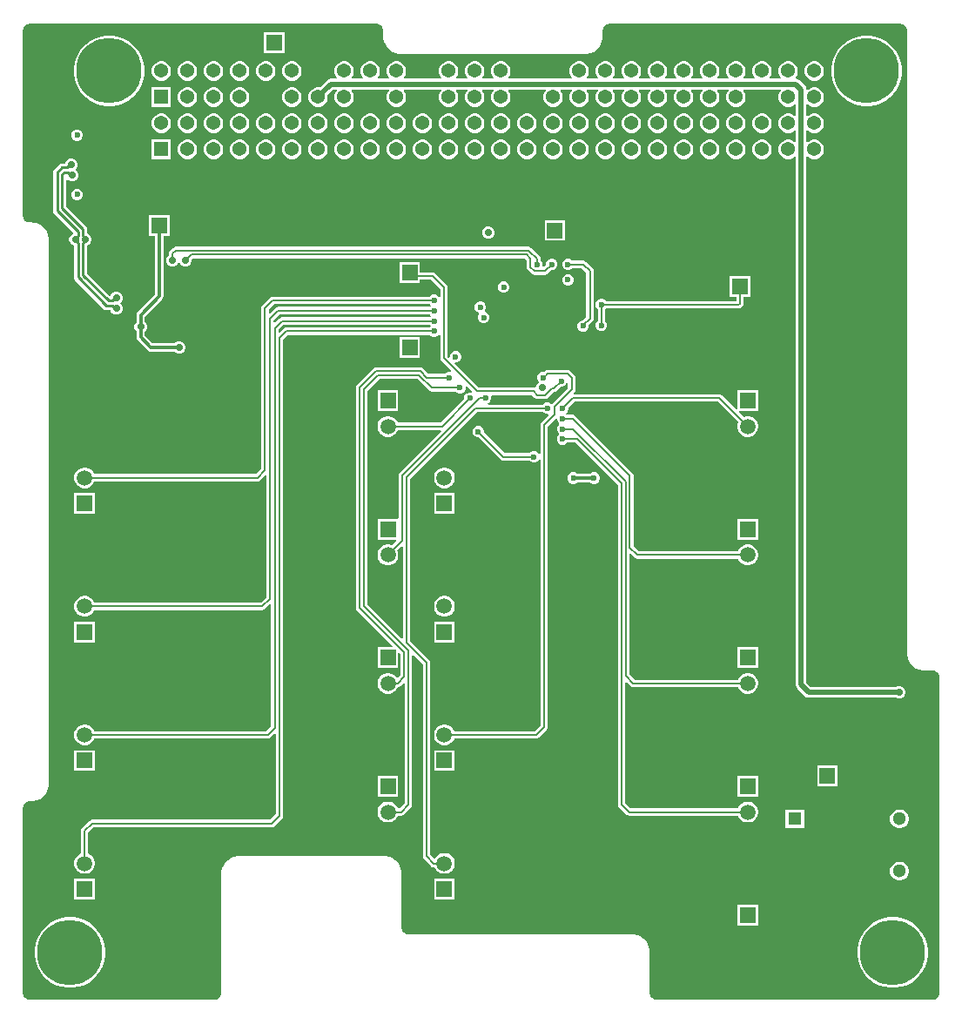
<source format=gbr>
%TF.GenerationSoftware,Altium Limited,Altium Designer,24.0.1 (36)*%
G04 Layer_Physical_Order=4*
G04 Layer_Color=16711680*
%FSLAX45Y45*%
%MOMM*%
%TF.SameCoordinates,BC388B4F-315D-4572-B472-8F8CFEE0C7CC*%
%TF.FilePolarity,Positive*%
%TF.FileFunction,Copper,L4,Bot,Signal*%
%TF.Part,Single*%
G01*
G75*
%TA.AperFunction,Conductor*%
%ADD30C,0.20000*%
%ADD31C,0.50000*%
%ADD32C,0.30000*%
%ADD34C,0.28600*%
%TA.AperFunction,ComponentPad*%
%ADD35C,1.30000*%
%ADD36R,1.30000X1.30000*%
%ADD37R,1.50800X1.50800*%
%ADD38C,1.50800*%
%ADD39C,0.60000*%
%ADD40O,2.00000X0.90000*%
%ADD41O,1.70000X0.90000*%
%ADD42R,1.50000X1.50000*%
%ADD43R,1.50000X1.50000*%
%TA.AperFunction,ViaPad*%
%ADD44C,6.35000*%
%TA.AperFunction,ComponentPad*%
%ADD45C,1.37000*%
%ADD46R,1.37000X1.37000*%
%TA.AperFunction,ViaPad*%
%ADD47C,0.60000*%
%ADD48C,0.70000*%
G36*
X8600124Y9535064D02*
X8612605Y9529895D01*
X8623837Y9522389D01*
X8633389Y9512837D01*
X8640895Y9501605D01*
X8646064Y9489124D01*
X8648700Y9475874D01*
Y9469120D01*
Y3421380D01*
X8649519Y3404699D01*
X8656028Y3371979D01*
X8668794Y3341158D01*
X8687329Y3313419D01*
X8710919Y3289829D01*
X8738658Y3271294D01*
X8769479Y3258528D01*
X8802199Y3252019D01*
X8818880Y3251200D01*
X8904374D01*
X8917624Y3248564D01*
X8930105Y3243395D01*
X8941337Y3235889D01*
X8950889Y3226337D01*
X8958395Y3215105D01*
X8963564Y3202624D01*
X8966200Y3189374D01*
Y3182620D01*
Y119380D01*
Y112625D01*
X8963564Y99376D01*
X8958395Y86895D01*
X8950889Y75663D01*
X8941337Y66110D01*
X8930105Y58605D01*
X8917624Y53435D01*
X8904374Y50800D01*
X6208625D01*
X6195376Y53435D01*
X6182895Y58605D01*
X6171663Y66110D01*
X6162110Y75663D01*
X6154605Y86895D01*
X6149435Y99376D01*
X6146800Y112625D01*
Y515620D01*
X6145980Y532300D01*
X6139472Y565020D01*
X6126705Y595842D01*
X6108171Y623581D01*
X6084581Y647171D01*
X6056842Y665705D01*
X6026020Y678472D01*
X5993300Y684980D01*
X5976620Y685800D01*
X3795625D01*
X3782376Y688435D01*
X3769895Y693605D01*
X3758663Y701110D01*
X3749110Y710663D01*
X3741605Y721895D01*
X3736435Y734376D01*
X3733800Y747625D01*
Y1277620D01*
X3732980Y1294300D01*
X3726472Y1327020D01*
X3713705Y1357842D01*
X3695171Y1385581D01*
X3671581Y1409171D01*
X3643842Y1427705D01*
X3613020Y1440472D01*
X3580300Y1446980D01*
X3563620Y1447800D01*
X2151380D01*
X2134699Y1446980D01*
X2101979Y1440472D01*
X2071158Y1427705D01*
X2043419Y1409171D01*
X2019829Y1385581D01*
X2001294Y1357842D01*
X1988528Y1327020D01*
X1982019Y1294300D01*
X1981200Y1277620D01*
Y119380D01*
Y112625D01*
X1978564Y99376D01*
X1973395Y86895D01*
X1965889Y75663D01*
X1956337Y66110D01*
X1945105Y58605D01*
X1932624Y53435D01*
X1919374Y50800D01*
X1912620D01*
X1912385Y51035D01*
X112593D01*
X99343Y53671D01*
X86863Y58841D01*
X75631Y66346D01*
X66078Y75898D01*
X58573Y87131D01*
X53403Y99611D01*
X50768Y112861D01*
Y119615D01*
Y1912594D01*
X50773Y1912606D01*
X50782Y1912615D01*
X50793Y1912620D01*
X50800D01*
Y1919374D01*
X53435Y1932624D01*
X58605Y1945105D01*
X66110Y1956337D01*
X75663Y1965889D01*
X86895Y1973395D01*
X99376Y1978564D01*
X112625Y1981200D01*
X134620D01*
X151300Y1982019D01*
X184020Y1988528D01*
X214842Y2001294D01*
X242581Y2019829D01*
X266171Y2043419D01*
X284705Y2071158D01*
X297472Y2101979D01*
X303980Y2134699D01*
X304800Y2151380D01*
Y7437120D01*
X303980Y7453800D01*
X297472Y7486520D01*
X284705Y7517342D01*
X266171Y7545081D01*
X242581Y7568671D01*
X214842Y7587205D01*
X184020Y7599972D01*
X151300Y7606480D01*
X134620Y7607300D01*
X112625D01*
X99376Y7609935D01*
X86895Y7615105D01*
X75663Y7622610D01*
X66110Y7632163D01*
X58605Y7643395D01*
X53435Y7655876D01*
X52593Y7660109D01*
X50899Y7672200D01*
X50899Y7672210D01*
Y9469021D01*
X50800Y9469120D01*
Y9475874D01*
X53435Y9489124D01*
X58605Y9501605D01*
X66110Y9512837D01*
X75663Y9522389D01*
X86895Y9529895D01*
X99376Y9535064D01*
X112625Y9537700D01*
X3494174D01*
X3507424Y9535064D01*
X3519905Y9529895D01*
X3531137Y9522389D01*
X3540689Y9512837D01*
X3548195Y9501605D01*
X3553364Y9489124D01*
X3556000Y9475874D01*
Y9415780D01*
X3556819Y9399099D01*
X3563328Y9366379D01*
X3576094Y9335558D01*
X3594629Y9307819D01*
X3618219Y9284229D01*
X3645958Y9265694D01*
X3676779Y9252928D01*
X3709499Y9246419D01*
X3726180Y9245600D01*
X5519420D01*
X5536100Y9246419D01*
X5568820Y9252928D01*
X5599642Y9265694D01*
X5627381Y9284229D01*
X5650971Y9307819D01*
X5669505Y9335558D01*
X5682272Y9366379D01*
X5688780Y9399099D01*
X5689600Y9415780D01*
Y9475874D01*
X5692235Y9489124D01*
X5697405Y9501605D01*
X5704910Y9512837D01*
X5714463Y9522389D01*
X5725695Y9529895D01*
X5738176Y9535064D01*
X5751425Y9537700D01*
X8586874D01*
X8600124Y9535064D01*
D02*
G37*
%LPC*%
G36*
X2597220Y9457900D02*
X2396420D01*
Y9257100D01*
X2597220D01*
Y9457900D01*
D02*
G37*
G36*
X7505362Y9174400D02*
X7480638D01*
X7456756Y9168001D01*
X7435344Y9155639D01*
X7417861Y9138156D01*
X7405499Y9116744D01*
X7399100Y9092862D01*
Y9068138D01*
X7405499Y9044256D01*
X7417861Y9022844D01*
X7423618Y9017087D01*
X7418358Y9004387D01*
X7313642D01*
X7308382Y9017087D01*
X7314139Y9022844D01*
X7326501Y9044256D01*
X7332900Y9068138D01*
Y9092862D01*
X7326501Y9116744D01*
X7314139Y9138156D01*
X7296656Y9155639D01*
X7275244Y9168001D01*
X7251362Y9174400D01*
X7226638D01*
X7202756Y9168001D01*
X7181344Y9155639D01*
X7163861Y9138156D01*
X7151499Y9116744D01*
X7145100Y9092862D01*
Y9068138D01*
X7151499Y9044256D01*
X7163861Y9022844D01*
X7169618Y9017087D01*
X7164358Y9004387D01*
X7059642D01*
X7054382Y9017087D01*
X7060139Y9022844D01*
X7072501Y9044256D01*
X7078900Y9068138D01*
Y9092862D01*
X7072501Y9116744D01*
X7060139Y9138156D01*
X7042656Y9155639D01*
X7021244Y9168001D01*
X6997362Y9174400D01*
X6972638D01*
X6948756Y9168001D01*
X6927344Y9155639D01*
X6909861Y9138156D01*
X6897499Y9116744D01*
X6891100Y9092862D01*
Y9068138D01*
X6897499Y9044256D01*
X6909861Y9022844D01*
X6915618Y9017087D01*
X6910358Y9004387D01*
X6805642D01*
X6800382Y9017087D01*
X6806139Y9022844D01*
X6818501Y9044256D01*
X6824900Y9068138D01*
Y9092862D01*
X6818501Y9116744D01*
X6806139Y9138156D01*
X6788656Y9155639D01*
X6767244Y9168001D01*
X6743362Y9174400D01*
X6718638D01*
X6694756Y9168001D01*
X6673344Y9155639D01*
X6655861Y9138156D01*
X6643499Y9116744D01*
X6637100Y9092862D01*
Y9068138D01*
X6643499Y9044256D01*
X6655861Y9022844D01*
X6661618Y9017087D01*
X6656358Y9004387D01*
X6551642D01*
X6546382Y9017087D01*
X6552139Y9022844D01*
X6564501Y9044256D01*
X6570900Y9068138D01*
Y9092862D01*
X6564501Y9116744D01*
X6552139Y9138156D01*
X6534656Y9155639D01*
X6513244Y9168001D01*
X6489362Y9174400D01*
X6464638D01*
X6440756Y9168001D01*
X6419344Y9155639D01*
X6401861Y9138156D01*
X6389499Y9116744D01*
X6383100Y9092862D01*
Y9068138D01*
X6389499Y9044256D01*
X6401861Y9022844D01*
X6407618Y9017087D01*
X6402358Y9004387D01*
X6297642D01*
X6292382Y9017087D01*
X6298139Y9022844D01*
X6310501Y9044256D01*
X6316900Y9068138D01*
Y9092862D01*
X6310501Y9116744D01*
X6298139Y9138156D01*
X6280656Y9155639D01*
X6259244Y9168001D01*
X6235362Y9174400D01*
X6210638D01*
X6186756Y9168001D01*
X6165344Y9155639D01*
X6147861Y9138156D01*
X6135499Y9116744D01*
X6129100Y9092862D01*
Y9068138D01*
X6135499Y9044256D01*
X6147861Y9022844D01*
X6153618Y9017087D01*
X6148358Y9004387D01*
X6043642D01*
X6038382Y9017087D01*
X6044139Y9022844D01*
X6056501Y9044256D01*
X6062900Y9068138D01*
Y9092862D01*
X6056501Y9116744D01*
X6044139Y9138156D01*
X6026656Y9155639D01*
X6005244Y9168001D01*
X5981362Y9174400D01*
X5956638D01*
X5932756Y9168001D01*
X5911344Y9155639D01*
X5893861Y9138156D01*
X5881499Y9116744D01*
X5875100Y9092862D01*
Y9068138D01*
X5881499Y9044256D01*
X5893861Y9022844D01*
X5899618Y9017087D01*
X5894358Y9004387D01*
X5789642D01*
X5784382Y9017087D01*
X5790139Y9022844D01*
X5802501Y9044256D01*
X5808900Y9068138D01*
Y9092862D01*
X5802501Y9116744D01*
X5790139Y9138156D01*
X5772656Y9155639D01*
X5751244Y9168001D01*
X5727362Y9174400D01*
X5702638D01*
X5678756Y9168001D01*
X5657344Y9155639D01*
X5639861Y9138156D01*
X5627499Y9116744D01*
X5621100Y9092862D01*
Y9068138D01*
X5627499Y9044256D01*
X5639861Y9022844D01*
X5645618Y9017087D01*
X5640358Y9004387D01*
X5535642D01*
X5530382Y9017087D01*
X5536139Y9022844D01*
X5548501Y9044256D01*
X5554900Y9068138D01*
Y9092862D01*
X5548501Y9116744D01*
X5536139Y9138156D01*
X5518656Y9155639D01*
X5497244Y9168001D01*
X5473362Y9174400D01*
X5448638D01*
X5424756Y9168001D01*
X5403344Y9155639D01*
X5385861Y9138156D01*
X5373499Y9116744D01*
X5367100Y9092862D01*
Y9068138D01*
X5373499Y9044256D01*
X5385861Y9022844D01*
X5391618Y9017087D01*
X5386358Y9004387D01*
X4773642D01*
X4768382Y9017087D01*
X4774139Y9022844D01*
X4786501Y9044256D01*
X4792900Y9068138D01*
Y9092862D01*
X4786501Y9116744D01*
X4774139Y9138156D01*
X4756656Y9155639D01*
X4735244Y9168001D01*
X4711362Y9174400D01*
X4686638D01*
X4662756Y9168001D01*
X4641344Y9155639D01*
X4623861Y9138156D01*
X4611499Y9116744D01*
X4605100Y9092862D01*
Y9068138D01*
X4611499Y9044256D01*
X4623861Y9022844D01*
X4629618Y9017087D01*
X4624358Y9004387D01*
X4519642D01*
X4514382Y9017087D01*
X4520139Y9022844D01*
X4532501Y9044256D01*
X4538900Y9068138D01*
Y9092862D01*
X4532501Y9116744D01*
X4520139Y9138156D01*
X4502656Y9155639D01*
X4481244Y9168001D01*
X4457362Y9174400D01*
X4432638D01*
X4408756Y9168001D01*
X4387344Y9155639D01*
X4369861Y9138156D01*
X4357499Y9116744D01*
X4351100Y9092862D01*
Y9068138D01*
X4357499Y9044256D01*
X4369861Y9022844D01*
X4375618Y9017087D01*
X4370358Y9004387D01*
X4265642D01*
X4260382Y9017087D01*
X4266139Y9022844D01*
X4278501Y9044256D01*
X4284900Y9068138D01*
Y9092862D01*
X4278501Y9116744D01*
X4266139Y9138156D01*
X4248656Y9155639D01*
X4227244Y9168001D01*
X4203362Y9174400D01*
X4178638D01*
X4154756Y9168001D01*
X4133344Y9155639D01*
X4115861Y9138156D01*
X4103499Y9116744D01*
X4097100Y9092862D01*
Y9068138D01*
X4103499Y9044256D01*
X4115861Y9022844D01*
X4121618Y9017087D01*
X4116358Y9004387D01*
X3757642D01*
X3752382Y9017087D01*
X3758139Y9022844D01*
X3770501Y9044256D01*
X3776900Y9068138D01*
Y9092862D01*
X3770501Y9116744D01*
X3758139Y9138156D01*
X3740656Y9155639D01*
X3719244Y9168001D01*
X3695362Y9174400D01*
X3670638D01*
X3646756Y9168001D01*
X3625344Y9155639D01*
X3607861Y9138156D01*
X3595499Y9116744D01*
X3589100Y9092862D01*
Y9068138D01*
X3595499Y9044256D01*
X3607861Y9022844D01*
X3613618Y9017087D01*
X3608358Y9004387D01*
X3503642D01*
X3498382Y9017087D01*
X3504139Y9022844D01*
X3516501Y9044256D01*
X3522900Y9068138D01*
Y9092862D01*
X3516501Y9116744D01*
X3504139Y9138156D01*
X3486656Y9155639D01*
X3465244Y9168001D01*
X3441362Y9174400D01*
X3416638D01*
X3392756Y9168001D01*
X3371344Y9155639D01*
X3353861Y9138156D01*
X3341499Y9116744D01*
X3335100Y9092862D01*
Y9068138D01*
X3341499Y9044256D01*
X3353861Y9022844D01*
X3359618Y9017087D01*
X3354358Y9004387D01*
X3249642D01*
X3244382Y9017087D01*
X3250139Y9022844D01*
X3262501Y9044256D01*
X3268900Y9068138D01*
Y9092862D01*
X3262501Y9116744D01*
X3250139Y9138156D01*
X3232656Y9155639D01*
X3211244Y9168001D01*
X3187362Y9174400D01*
X3162638D01*
X3138756Y9168001D01*
X3117344Y9155639D01*
X3099861Y9138156D01*
X3087499Y9116744D01*
X3081100Y9092862D01*
Y9068138D01*
X3087499Y9044256D01*
X3099861Y9022844D01*
X3105618Y9017087D01*
X3100358Y9004387D01*
X3047500D01*
X3027835Y9000476D01*
X3011164Y8989336D01*
X2940354Y8918526D01*
X2933362Y8920400D01*
X2908638D01*
X2884756Y8914001D01*
X2863344Y8901639D01*
X2845861Y8884156D01*
X2833499Y8862744D01*
X2827100Y8838862D01*
Y8814138D01*
X2833499Y8790256D01*
X2845861Y8768844D01*
X2863344Y8751361D01*
X2884756Y8738999D01*
X2908638Y8732600D01*
X2933362D01*
X2957244Y8738999D01*
X2978656Y8751361D01*
X2996139Y8768844D01*
X3008501Y8790256D01*
X3014900Y8814138D01*
Y8838862D01*
X3013026Y8845854D01*
X3068785Y8901613D01*
X3100724D01*
X3105585Y8889879D01*
X3099861Y8884156D01*
X3087499Y8862744D01*
X3081100Y8838862D01*
Y8814138D01*
X3087499Y8790256D01*
X3099861Y8768844D01*
X3117344Y8751361D01*
X3138756Y8738999D01*
X3162638Y8732600D01*
X3187362D01*
X3211244Y8738999D01*
X3232656Y8751361D01*
X3250139Y8768844D01*
X3262501Y8790256D01*
X3268900Y8814138D01*
Y8838862D01*
X3262501Y8862744D01*
X3250139Y8884156D01*
X3244415Y8889879D01*
X3249276Y8901613D01*
X3608724D01*
X3613585Y8889879D01*
X3607861Y8884156D01*
X3595499Y8862744D01*
X3589100Y8838862D01*
Y8814138D01*
X3595499Y8790256D01*
X3607861Y8768844D01*
X3625344Y8751361D01*
X3646756Y8738999D01*
X3670638Y8732600D01*
X3695362D01*
X3719244Y8738999D01*
X3740656Y8751361D01*
X3758139Y8768844D01*
X3770501Y8790256D01*
X3776900Y8814138D01*
Y8838862D01*
X3770501Y8862744D01*
X3758139Y8884156D01*
X3752415Y8889879D01*
X3757276Y8901613D01*
X4116724D01*
X4121585Y8889879D01*
X4115861Y8884156D01*
X4103499Y8862744D01*
X4097100Y8838862D01*
Y8814138D01*
X4103499Y8790256D01*
X4115861Y8768844D01*
X4133344Y8751361D01*
X4154756Y8738999D01*
X4178638Y8732600D01*
X4203362D01*
X4227244Y8738999D01*
X4248656Y8751361D01*
X4266139Y8768844D01*
X4278501Y8790256D01*
X4284900Y8814138D01*
Y8838862D01*
X4278501Y8862744D01*
X4266139Y8884156D01*
X4260415Y8889879D01*
X4265276Y8901613D01*
X4370724D01*
X4375585Y8889879D01*
X4369861Y8884156D01*
X4357499Y8862744D01*
X4351100Y8838862D01*
Y8814138D01*
X4357499Y8790256D01*
X4369861Y8768844D01*
X4387344Y8751361D01*
X4408756Y8738999D01*
X4432638Y8732600D01*
X4457362D01*
X4481244Y8738999D01*
X4502656Y8751361D01*
X4520139Y8768844D01*
X4532501Y8790256D01*
X4538900Y8814138D01*
Y8838862D01*
X4532501Y8862744D01*
X4520139Y8884156D01*
X4514415Y8889879D01*
X4519276Y8901613D01*
X4624724D01*
X4629585Y8889879D01*
X4623861Y8884156D01*
X4611499Y8862744D01*
X4605100Y8838862D01*
Y8814138D01*
X4611499Y8790256D01*
X4623861Y8768844D01*
X4641344Y8751361D01*
X4662756Y8738999D01*
X4686638Y8732600D01*
X4711362D01*
X4735244Y8738999D01*
X4756656Y8751361D01*
X4774139Y8768844D01*
X4786501Y8790256D01*
X4792900Y8814138D01*
Y8838862D01*
X4786501Y8862744D01*
X4774139Y8884156D01*
X4768415Y8889879D01*
X4773276Y8901613D01*
X5132724D01*
X5137585Y8889879D01*
X5131861Y8884156D01*
X5119499Y8862744D01*
X5113100Y8838862D01*
Y8814138D01*
X5119499Y8790256D01*
X5131861Y8768844D01*
X5149344Y8751361D01*
X5170756Y8738999D01*
X5194638Y8732600D01*
X5219362D01*
X5243244Y8738999D01*
X5264656Y8751361D01*
X5282139Y8768844D01*
X5294501Y8790256D01*
X5300900Y8814138D01*
Y8838862D01*
X5294501Y8862744D01*
X5282139Y8884156D01*
X5276415Y8889879D01*
X5281276Y8901613D01*
X5386724D01*
X5391585Y8889879D01*
X5385861Y8884156D01*
X5373499Y8862744D01*
X5367100Y8838862D01*
Y8814138D01*
X5373499Y8790256D01*
X5385861Y8768844D01*
X5403344Y8751361D01*
X5424756Y8738999D01*
X5448638Y8732600D01*
X5473362D01*
X5497244Y8738999D01*
X5518656Y8751361D01*
X5536139Y8768844D01*
X5548501Y8790256D01*
X5554900Y8814138D01*
Y8838862D01*
X5548501Y8862744D01*
X5536139Y8884156D01*
X5530415Y8889879D01*
X5535276Y8901613D01*
X5640724D01*
X5645585Y8889879D01*
X5639861Y8884156D01*
X5627499Y8862744D01*
X5621100Y8838862D01*
Y8814138D01*
X5627499Y8790256D01*
X5639861Y8768844D01*
X5657344Y8751361D01*
X5678756Y8738999D01*
X5702638Y8732600D01*
X5727362D01*
X5751244Y8738999D01*
X5772656Y8751361D01*
X5790139Y8768844D01*
X5802501Y8790256D01*
X5808900Y8814138D01*
Y8838862D01*
X5802501Y8862744D01*
X5790139Y8884156D01*
X5784415Y8889879D01*
X5789276Y8901613D01*
X5894724D01*
X5899585Y8889879D01*
X5893861Y8884156D01*
X5881499Y8862744D01*
X5875100Y8838862D01*
Y8814138D01*
X5881499Y8790256D01*
X5893861Y8768844D01*
X5911344Y8751361D01*
X5932756Y8738999D01*
X5956638Y8732600D01*
X5981362D01*
X6005244Y8738999D01*
X6026656Y8751361D01*
X6044139Y8768844D01*
X6056501Y8790256D01*
X6062900Y8814138D01*
Y8838862D01*
X6056501Y8862744D01*
X6044139Y8884156D01*
X6038415Y8889879D01*
X6043276Y8901613D01*
X6148724D01*
X6153585Y8889879D01*
X6147861Y8884156D01*
X6135499Y8862744D01*
X6129100Y8838862D01*
Y8814138D01*
X6135499Y8790256D01*
X6147861Y8768844D01*
X6165344Y8751361D01*
X6186756Y8738999D01*
X6210638Y8732600D01*
X6235362D01*
X6259244Y8738999D01*
X6280656Y8751361D01*
X6298139Y8768844D01*
X6310501Y8790256D01*
X6316900Y8814138D01*
Y8838862D01*
X6310501Y8862744D01*
X6298139Y8884156D01*
X6292415Y8889879D01*
X6297276Y8901613D01*
X6402724D01*
X6407585Y8889879D01*
X6401861Y8884156D01*
X6389499Y8862744D01*
X6383100Y8838862D01*
Y8814138D01*
X6389499Y8790256D01*
X6401861Y8768844D01*
X6419344Y8751361D01*
X6440756Y8738999D01*
X6464638Y8732600D01*
X6489362D01*
X6513244Y8738999D01*
X6534656Y8751361D01*
X6552139Y8768844D01*
X6564501Y8790256D01*
X6570900Y8814138D01*
Y8838862D01*
X6564501Y8862744D01*
X6552139Y8884156D01*
X6546415Y8889879D01*
X6551276Y8901613D01*
X6656724D01*
X6661585Y8889879D01*
X6655861Y8884156D01*
X6643499Y8862744D01*
X6637100Y8838862D01*
Y8814138D01*
X6643499Y8790256D01*
X6655861Y8768844D01*
X6673344Y8751361D01*
X6694756Y8738999D01*
X6718638Y8732600D01*
X6743362D01*
X6767244Y8738999D01*
X6788656Y8751361D01*
X6806139Y8768844D01*
X6818501Y8790256D01*
X6824900Y8814138D01*
Y8838862D01*
X6818501Y8862744D01*
X6806139Y8884156D01*
X6800415Y8889879D01*
X6805276Y8901613D01*
X6910724D01*
X6915585Y8889879D01*
X6909861Y8884156D01*
X6897499Y8862744D01*
X6891100Y8838862D01*
Y8814138D01*
X6897499Y8790256D01*
X6909861Y8768844D01*
X6927344Y8751361D01*
X6948756Y8738999D01*
X6972638Y8732600D01*
X6997362D01*
X7021244Y8738999D01*
X7042656Y8751361D01*
X7060139Y8768844D01*
X7072501Y8790256D01*
X7078900Y8814138D01*
Y8838862D01*
X7072501Y8862744D01*
X7060139Y8884156D01*
X7054415Y8889879D01*
X7059276Y8901613D01*
X7418724D01*
X7423585Y8889879D01*
X7417861Y8884156D01*
X7405499Y8862744D01*
X7399100Y8838862D01*
Y8814138D01*
X7405499Y8790256D01*
X7417861Y8768844D01*
X7435344Y8751361D01*
X7456756Y8738999D01*
X7480638Y8732600D01*
X7505362D01*
X7529244Y8738999D01*
X7550656Y8751361D01*
X7556379Y8757085D01*
X7568113Y8752224D01*
Y8646776D01*
X7556379Y8641915D01*
X7550656Y8647639D01*
X7529244Y8660001D01*
X7505362Y8666400D01*
X7480638D01*
X7456756Y8660001D01*
X7435344Y8647639D01*
X7417861Y8630156D01*
X7405499Y8608744D01*
X7399100Y8584862D01*
Y8560138D01*
X7405499Y8536256D01*
X7417861Y8514844D01*
X7435344Y8497361D01*
X7456756Y8484999D01*
X7480638Y8478600D01*
X7505362D01*
X7529244Y8484999D01*
X7550656Y8497361D01*
X7556379Y8503085D01*
X7568113Y8498224D01*
Y8392776D01*
X7556379Y8387915D01*
X7550656Y8393639D01*
X7529244Y8406001D01*
X7505362Y8412400D01*
X7480638D01*
X7456756Y8406001D01*
X7435344Y8393639D01*
X7417861Y8376156D01*
X7405499Y8354744D01*
X7399100Y8330862D01*
Y8306138D01*
X7405499Y8282256D01*
X7417861Y8260844D01*
X7435344Y8243361D01*
X7456756Y8230999D01*
X7480638Y8224600D01*
X7505362D01*
X7529244Y8230999D01*
X7550656Y8243361D01*
X7556379Y8249085D01*
X7568113Y8244224D01*
Y3112000D01*
X7572024Y3092335D01*
X7583164Y3075664D01*
X7655164Y3003664D01*
X7671835Y2992524D01*
X7691500Y2988613D01*
X8536227D01*
X8557986Y2979600D01*
X8582014D01*
X8604214Y2988795D01*
X8621204Y3005786D01*
X8630400Y3027986D01*
Y3052014D01*
X8621204Y3074214D01*
X8604214Y3091205D01*
X8582014Y3100400D01*
X8557986D01*
X8536227Y3091387D01*
X7712786D01*
X7670887Y3133286D01*
Y8243858D01*
X7683587Y8249118D01*
X7689344Y8243361D01*
X7710756Y8230999D01*
X7734638Y8224600D01*
X7759362D01*
X7783244Y8230999D01*
X7804656Y8243361D01*
X7822139Y8260844D01*
X7834501Y8282256D01*
X7840900Y8306138D01*
Y8330862D01*
X7834501Y8354744D01*
X7822139Y8376156D01*
X7804656Y8393639D01*
X7783244Y8406001D01*
X7759362Y8412400D01*
X7734638D01*
X7710756Y8406001D01*
X7689344Y8393639D01*
X7683587Y8387882D01*
X7670887Y8393142D01*
Y8497858D01*
X7683587Y8503118D01*
X7689344Y8497361D01*
X7710756Y8484999D01*
X7734638Y8478600D01*
X7759362D01*
X7783244Y8484999D01*
X7804656Y8497361D01*
X7822139Y8514844D01*
X7834501Y8536256D01*
X7840900Y8560138D01*
Y8584862D01*
X7834501Y8608744D01*
X7822139Y8630156D01*
X7804656Y8647639D01*
X7783244Y8660001D01*
X7759362Y8666400D01*
X7734638D01*
X7710756Y8660001D01*
X7689344Y8647639D01*
X7683587Y8641882D01*
X7670887Y8647142D01*
Y8751858D01*
X7683587Y8757118D01*
X7689344Y8751361D01*
X7710756Y8738999D01*
X7734638Y8732600D01*
X7759362D01*
X7783244Y8738999D01*
X7804656Y8751361D01*
X7822139Y8768844D01*
X7834501Y8790256D01*
X7840900Y8814138D01*
Y8838862D01*
X7834501Y8862744D01*
X7822139Y8884156D01*
X7804656Y8901639D01*
X7783244Y8914001D01*
X7759362Y8920400D01*
X7734638D01*
X7710756Y8914001D01*
X7689344Y8901639D01*
X7683587Y8895882D01*
X7670887Y8901142D01*
Y8901546D01*
X7666976Y8921211D01*
X7655836Y8937883D01*
X7604383Y8989336D01*
X7587712Y9000476D01*
X7568046Y9004387D01*
X7567642D01*
X7562382Y9017087D01*
X7568139Y9022844D01*
X7580501Y9044256D01*
X7586900Y9068138D01*
Y9092862D01*
X7580501Y9116744D01*
X7568139Y9138156D01*
X7550656Y9155639D01*
X7529244Y9168001D01*
X7505362Y9174400D01*
D02*
G37*
G36*
X7759362D02*
X7734638D01*
X7710756Y9168001D01*
X7689344Y9155639D01*
X7671861Y9138156D01*
X7659499Y9116744D01*
X7653100Y9092862D01*
Y9068138D01*
X7659499Y9044256D01*
X7671861Y9022844D01*
X7689344Y9005361D01*
X7710756Y8992999D01*
X7734638Y8986600D01*
X7759362D01*
X7783244Y8992999D01*
X7804656Y9005361D01*
X7822139Y9022844D01*
X7834501Y9044256D01*
X7840900Y9068138D01*
Y9092862D01*
X7834501Y9116744D01*
X7822139Y9138156D01*
X7804656Y9155639D01*
X7783244Y9168001D01*
X7759362Y9174400D01*
D02*
G37*
G36*
X2679362D02*
X2654638D01*
X2630756Y9168001D01*
X2609344Y9155639D01*
X2591861Y9138156D01*
X2579499Y9116744D01*
X2573100Y9092862D01*
Y9068138D01*
X2579499Y9044256D01*
X2591861Y9022844D01*
X2609344Y9005361D01*
X2630756Y8992999D01*
X2654638Y8986600D01*
X2679362D01*
X2703244Y8992999D01*
X2724656Y9005361D01*
X2742139Y9022844D01*
X2754501Y9044256D01*
X2760900Y9068138D01*
Y9092862D01*
X2754501Y9116744D01*
X2742139Y9138156D01*
X2724656Y9155639D01*
X2703244Y9168001D01*
X2679362Y9174400D01*
D02*
G37*
G36*
X2425362D02*
X2400638D01*
X2376756Y9168001D01*
X2355344Y9155639D01*
X2337861Y9138156D01*
X2325499Y9116744D01*
X2319100Y9092862D01*
Y9068138D01*
X2325499Y9044256D01*
X2337861Y9022844D01*
X2355344Y9005361D01*
X2376756Y8992999D01*
X2400638Y8986600D01*
X2425362D01*
X2449244Y8992999D01*
X2470656Y9005361D01*
X2488139Y9022844D01*
X2500501Y9044256D01*
X2506900Y9068138D01*
Y9092862D01*
X2500501Y9116744D01*
X2488139Y9138156D01*
X2470656Y9155639D01*
X2449244Y9168001D01*
X2425362Y9174400D01*
D02*
G37*
G36*
X2171362D02*
X2146638D01*
X2122756Y9168001D01*
X2101344Y9155639D01*
X2083861Y9138156D01*
X2071499Y9116744D01*
X2065100Y9092862D01*
Y9068138D01*
X2071499Y9044256D01*
X2083861Y9022844D01*
X2101344Y9005361D01*
X2122756Y8992999D01*
X2146638Y8986600D01*
X2171362D01*
X2195244Y8992999D01*
X2216656Y9005361D01*
X2234139Y9022844D01*
X2246501Y9044256D01*
X2252900Y9068138D01*
Y9092862D01*
X2246501Y9116744D01*
X2234139Y9138156D01*
X2216656Y9155639D01*
X2195244Y9168001D01*
X2171362Y9174400D01*
D02*
G37*
G36*
X1917362D02*
X1892638D01*
X1868756Y9168001D01*
X1847344Y9155639D01*
X1829861Y9138156D01*
X1817499Y9116744D01*
X1811100Y9092862D01*
Y9068138D01*
X1817499Y9044256D01*
X1829861Y9022844D01*
X1847344Y9005361D01*
X1868756Y8992999D01*
X1892638Y8986600D01*
X1917362D01*
X1941244Y8992999D01*
X1962656Y9005361D01*
X1980139Y9022844D01*
X1992501Y9044256D01*
X1998900Y9068138D01*
Y9092862D01*
X1992501Y9116744D01*
X1980139Y9138156D01*
X1962656Y9155639D01*
X1941244Y9168001D01*
X1917362Y9174400D01*
D02*
G37*
G36*
X1663362D02*
X1638638D01*
X1614756Y9168001D01*
X1593344Y9155639D01*
X1575861Y9138156D01*
X1563499Y9116744D01*
X1557100Y9092862D01*
Y9068138D01*
X1563499Y9044256D01*
X1575861Y9022844D01*
X1593344Y9005361D01*
X1614756Y8992999D01*
X1638638Y8986600D01*
X1663362D01*
X1687244Y8992999D01*
X1708656Y9005361D01*
X1726139Y9022844D01*
X1738501Y9044256D01*
X1744900Y9068138D01*
Y9092862D01*
X1738501Y9116744D01*
X1726139Y9138156D01*
X1708656Y9155639D01*
X1687244Y9168001D01*
X1663362Y9174400D01*
D02*
G37*
G36*
X1409362D02*
X1384638D01*
X1360756Y9168001D01*
X1339344Y9155639D01*
X1321861Y9138156D01*
X1309499Y9116744D01*
X1303100Y9092862D01*
Y9068138D01*
X1309499Y9044256D01*
X1321861Y9022844D01*
X1339344Y9005361D01*
X1360756Y8992999D01*
X1384638Y8986600D01*
X1409362D01*
X1433244Y8992999D01*
X1454656Y9005361D01*
X1472139Y9022844D01*
X1484501Y9044256D01*
X1490900Y9068138D01*
Y9092862D01*
X1484501Y9116744D01*
X1472139Y9138156D01*
X1454656Y9155639D01*
X1433244Y9168001D01*
X1409362Y9174400D01*
D02*
G37*
G36*
X8281987Y9423400D02*
X8228013D01*
X8174704Y9414957D01*
X8123372Y9398278D01*
X8075281Y9373774D01*
X8031616Y9342049D01*
X7993451Y9303884D01*
X7961726Y9260219D01*
X7937222Y9212128D01*
X7920543Y9160796D01*
X7912100Y9107487D01*
Y9053513D01*
X7920543Y9000204D01*
X7937222Y8948872D01*
X7961726Y8900781D01*
X7993451Y8857116D01*
X8031616Y8818951D01*
X8075281Y8787226D01*
X8123372Y8762722D01*
X8174704Y8746043D01*
X8228013Y8737600D01*
X8281987D01*
X8335296Y8746043D01*
X8386628Y8762722D01*
X8434719Y8787226D01*
X8478384Y8818951D01*
X8516549Y8857116D01*
X8548274Y8900781D01*
X8572778Y8948872D01*
X8589457Y9000204D01*
X8597900Y9053513D01*
Y9107487D01*
X8589457Y9160796D01*
X8572778Y9212128D01*
X8548274Y9260219D01*
X8516549Y9303884D01*
X8478384Y9342049D01*
X8434719Y9373774D01*
X8386628Y9398278D01*
X8335296Y9414957D01*
X8281987Y9423400D01*
D02*
G37*
G36*
X915987D02*
X862013D01*
X808704Y9414957D01*
X757372Y9398278D01*
X709281Y9373774D01*
X665616Y9342049D01*
X627451Y9303884D01*
X595726Y9260219D01*
X571222Y9212128D01*
X554543Y9160796D01*
X546100Y9107487D01*
Y9053513D01*
X554543Y9000204D01*
X571222Y8948872D01*
X595726Y8900781D01*
X627451Y8857116D01*
X665616Y8818951D01*
X709281Y8787226D01*
X757372Y8762722D01*
X808704Y8746043D01*
X862013Y8737600D01*
X915987D01*
X969296Y8746043D01*
X1020628Y8762722D01*
X1068719Y8787226D01*
X1112384Y8818951D01*
X1150549Y8857116D01*
X1182274Y8900781D01*
X1206778Y8948872D01*
X1223457Y9000204D01*
X1231900Y9053513D01*
Y9107487D01*
X1223457Y9160796D01*
X1206778Y9212128D01*
X1182274Y9260219D01*
X1150549Y9303884D01*
X1112384Y9342049D01*
X1068719Y9373774D01*
X1020628Y9398278D01*
X969296Y9414957D01*
X915987Y9423400D01*
D02*
G37*
G36*
X2679362Y8920400D02*
X2654638D01*
X2630756Y8914001D01*
X2609344Y8901639D01*
X2591861Y8884156D01*
X2579499Y8862744D01*
X2573100Y8838862D01*
Y8814138D01*
X2579499Y8790256D01*
X2591861Y8768844D01*
X2609344Y8751361D01*
X2630756Y8738999D01*
X2654638Y8732600D01*
X2679362D01*
X2703244Y8738999D01*
X2724656Y8751361D01*
X2742139Y8768844D01*
X2754501Y8790256D01*
X2760900Y8814138D01*
Y8838862D01*
X2754501Y8862744D01*
X2742139Y8884156D01*
X2724656Y8901639D01*
X2703244Y8914001D01*
X2679362Y8920400D01*
D02*
G37*
G36*
X2171362D02*
X2146638D01*
X2122756Y8914001D01*
X2101344Y8901639D01*
X2083861Y8884156D01*
X2071499Y8862744D01*
X2065100Y8838862D01*
Y8814138D01*
X2071499Y8790256D01*
X2083861Y8768844D01*
X2101344Y8751361D01*
X2122756Y8738999D01*
X2146638Y8732600D01*
X2171362D01*
X2195244Y8738999D01*
X2216656Y8751361D01*
X2234139Y8768844D01*
X2246501Y8790256D01*
X2252900Y8814138D01*
Y8838862D01*
X2246501Y8862744D01*
X2234139Y8884156D01*
X2216656Y8901639D01*
X2195244Y8914001D01*
X2171362Y8920400D01*
D02*
G37*
G36*
X1917362D02*
X1892638D01*
X1868756Y8914001D01*
X1847344Y8901639D01*
X1829861Y8884156D01*
X1817499Y8862744D01*
X1811100Y8838862D01*
Y8814138D01*
X1817499Y8790256D01*
X1829861Y8768844D01*
X1847344Y8751361D01*
X1868756Y8738999D01*
X1892638Y8732600D01*
X1917362D01*
X1941244Y8738999D01*
X1962656Y8751361D01*
X1980139Y8768844D01*
X1992501Y8790256D01*
X1998900Y8814138D01*
Y8838862D01*
X1992501Y8862744D01*
X1980139Y8884156D01*
X1962656Y8901639D01*
X1941244Y8914001D01*
X1917362Y8920400D01*
D02*
G37*
G36*
X1663362D02*
X1638638D01*
X1614756Y8914001D01*
X1593344Y8901639D01*
X1575861Y8884156D01*
X1563499Y8862744D01*
X1557100Y8838862D01*
Y8814138D01*
X1563499Y8790256D01*
X1575861Y8768844D01*
X1593344Y8751361D01*
X1614756Y8738999D01*
X1638638Y8732600D01*
X1663362D01*
X1687244Y8738999D01*
X1708656Y8751361D01*
X1726139Y8768844D01*
X1738501Y8790256D01*
X1744900Y8814138D01*
Y8838862D01*
X1738501Y8862744D01*
X1726139Y8884156D01*
X1708656Y8901639D01*
X1687244Y8914001D01*
X1663362Y8920400D01*
D02*
G37*
G36*
X1490900D02*
X1303100D01*
Y8732600D01*
X1490900D01*
Y8920400D01*
D02*
G37*
G36*
X7251362Y8666400D02*
X7226638D01*
X7202756Y8660001D01*
X7181344Y8647639D01*
X7163861Y8630156D01*
X7151499Y8608744D01*
X7145100Y8584862D01*
Y8560138D01*
X7151499Y8536256D01*
X7163861Y8514844D01*
X7181344Y8497361D01*
X7202756Y8484999D01*
X7226638Y8478600D01*
X7251362D01*
X7275244Y8484999D01*
X7296656Y8497361D01*
X7314139Y8514844D01*
X7326501Y8536256D01*
X7332900Y8560138D01*
Y8584862D01*
X7326501Y8608744D01*
X7314139Y8630156D01*
X7296656Y8647639D01*
X7275244Y8660001D01*
X7251362Y8666400D01*
D02*
G37*
G36*
X6997362D02*
X6972638D01*
X6948756Y8660001D01*
X6927344Y8647639D01*
X6909861Y8630156D01*
X6897499Y8608744D01*
X6891100Y8584862D01*
Y8560138D01*
X6897499Y8536256D01*
X6909861Y8514844D01*
X6927344Y8497361D01*
X6948756Y8484999D01*
X6972638Y8478600D01*
X6997362D01*
X7021244Y8484999D01*
X7042656Y8497361D01*
X7060139Y8514844D01*
X7072501Y8536256D01*
X7078900Y8560138D01*
Y8584862D01*
X7072501Y8608744D01*
X7060139Y8630156D01*
X7042656Y8647639D01*
X7021244Y8660001D01*
X6997362Y8666400D01*
D02*
G37*
G36*
X6743362D02*
X6718638D01*
X6694756Y8660001D01*
X6673344Y8647639D01*
X6655861Y8630156D01*
X6643499Y8608744D01*
X6637100Y8584862D01*
Y8560138D01*
X6643499Y8536256D01*
X6655861Y8514844D01*
X6673344Y8497361D01*
X6694756Y8484999D01*
X6718638Y8478600D01*
X6743362D01*
X6767244Y8484999D01*
X6788656Y8497361D01*
X6806139Y8514844D01*
X6818501Y8536256D01*
X6824900Y8560138D01*
Y8584862D01*
X6818501Y8608744D01*
X6806139Y8630156D01*
X6788656Y8647639D01*
X6767244Y8660001D01*
X6743362Y8666400D01*
D02*
G37*
G36*
X6489362D02*
X6464638D01*
X6440756Y8660001D01*
X6419344Y8647639D01*
X6401861Y8630156D01*
X6389499Y8608744D01*
X6383100Y8584862D01*
Y8560138D01*
X6389499Y8536256D01*
X6401861Y8514844D01*
X6419344Y8497361D01*
X6440756Y8484999D01*
X6464638Y8478600D01*
X6489362D01*
X6513244Y8484999D01*
X6534656Y8497361D01*
X6552139Y8514844D01*
X6564501Y8536256D01*
X6570900Y8560138D01*
Y8584862D01*
X6564501Y8608744D01*
X6552139Y8630156D01*
X6534656Y8647639D01*
X6513244Y8660001D01*
X6489362Y8666400D01*
D02*
G37*
G36*
X6235362D02*
X6210638D01*
X6186756Y8660001D01*
X6165344Y8647639D01*
X6147861Y8630156D01*
X6135499Y8608744D01*
X6129100Y8584862D01*
Y8560138D01*
X6135499Y8536256D01*
X6147861Y8514844D01*
X6165344Y8497361D01*
X6186756Y8484999D01*
X6210638Y8478600D01*
X6235362D01*
X6259244Y8484999D01*
X6280656Y8497361D01*
X6298139Y8514844D01*
X6310501Y8536256D01*
X6316900Y8560138D01*
Y8584862D01*
X6310501Y8608744D01*
X6298139Y8630156D01*
X6280656Y8647639D01*
X6259244Y8660001D01*
X6235362Y8666400D01*
D02*
G37*
G36*
X5981362D02*
X5956638D01*
X5932756Y8660001D01*
X5911344Y8647639D01*
X5893861Y8630156D01*
X5881499Y8608744D01*
X5875100Y8584862D01*
Y8560138D01*
X5881499Y8536256D01*
X5893861Y8514844D01*
X5911344Y8497361D01*
X5932756Y8484999D01*
X5956638Y8478600D01*
X5981362D01*
X6005244Y8484999D01*
X6026656Y8497361D01*
X6044139Y8514844D01*
X6056501Y8536256D01*
X6062900Y8560138D01*
Y8584862D01*
X6056501Y8608744D01*
X6044139Y8630156D01*
X6026656Y8647639D01*
X6005244Y8660001D01*
X5981362Y8666400D01*
D02*
G37*
G36*
X5727362D02*
X5702638D01*
X5678756Y8660001D01*
X5657344Y8647639D01*
X5639861Y8630156D01*
X5627499Y8608744D01*
X5621100Y8584862D01*
Y8560138D01*
X5627499Y8536256D01*
X5639861Y8514844D01*
X5657344Y8497361D01*
X5678756Y8484999D01*
X5702638Y8478600D01*
X5727362D01*
X5751244Y8484999D01*
X5772656Y8497361D01*
X5790139Y8514844D01*
X5802501Y8536256D01*
X5808900Y8560138D01*
Y8584862D01*
X5802501Y8608744D01*
X5790139Y8630156D01*
X5772656Y8647639D01*
X5751244Y8660001D01*
X5727362Y8666400D01*
D02*
G37*
G36*
X5473362D02*
X5448638D01*
X5424756Y8660001D01*
X5403344Y8647639D01*
X5385861Y8630156D01*
X5373499Y8608744D01*
X5367100Y8584862D01*
Y8560138D01*
X5373499Y8536256D01*
X5385861Y8514844D01*
X5403344Y8497361D01*
X5424756Y8484999D01*
X5448638Y8478600D01*
X5473362D01*
X5497244Y8484999D01*
X5518656Y8497361D01*
X5536139Y8514844D01*
X5548501Y8536256D01*
X5554900Y8560138D01*
Y8584862D01*
X5548501Y8608744D01*
X5536139Y8630156D01*
X5518656Y8647639D01*
X5497244Y8660001D01*
X5473362Y8666400D01*
D02*
G37*
G36*
X5219362D02*
X5194638D01*
X5170756Y8660001D01*
X5149344Y8647639D01*
X5131861Y8630156D01*
X5119499Y8608744D01*
X5113100Y8584862D01*
Y8560138D01*
X5119499Y8536256D01*
X5131861Y8514844D01*
X5149344Y8497361D01*
X5170756Y8484999D01*
X5194638Y8478600D01*
X5219362D01*
X5243244Y8484999D01*
X5264656Y8497361D01*
X5282139Y8514844D01*
X5294501Y8536256D01*
X5300900Y8560138D01*
Y8584862D01*
X5294501Y8608744D01*
X5282139Y8630156D01*
X5264656Y8647639D01*
X5243244Y8660001D01*
X5219362Y8666400D01*
D02*
G37*
G36*
X4965362D02*
X4940638D01*
X4916756Y8660001D01*
X4895344Y8647639D01*
X4877861Y8630156D01*
X4865499Y8608744D01*
X4859100Y8584862D01*
Y8560138D01*
X4865499Y8536256D01*
X4877861Y8514844D01*
X4895344Y8497361D01*
X4916756Y8484999D01*
X4940638Y8478600D01*
X4965362D01*
X4989244Y8484999D01*
X5010656Y8497361D01*
X5028139Y8514844D01*
X5040501Y8536256D01*
X5046900Y8560138D01*
Y8584862D01*
X5040501Y8608744D01*
X5028139Y8630156D01*
X5010656Y8647639D01*
X4989244Y8660001D01*
X4965362Y8666400D01*
D02*
G37*
G36*
X4711362D02*
X4686638D01*
X4662756Y8660001D01*
X4641344Y8647639D01*
X4623861Y8630156D01*
X4611499Y8608744D01*
X4605100Y8584862D01*
Y8560138D01*
X4611499Y8536256D01*
X4623861Y8514844D01*
X4641344Y8497361D01*
X4662756Y8484999D01*
X4686638Y8478600D01*
X4711362D01*
X4735244Y8484999D01*
X4756656Y8497361D01*
X4774139Y8514844D01*
X4786501Y8536256D01*
X4792900Y8560138D01*
Y8584862D01*
X4786501Y8608744D01*
X4774139Y8630156D01*
X4756656Y8647639D01*
X4735244Y8660001D01*
X4711362Y8666400D01*
D02*
G37*
G36*
X4457362D02*
X4432638D01*
X4408756Y8660001D01*
X4387344Y8647639D01*
X4369861Y8630156D01*
X4357499Y8608744D01*
X4351100Y8584862D01*
Y8560138D01*
X4357499Y8536256D01*
X4369861Y8514844D01*
X4387344Y8497361D01*
X4408756Y8484999D01*
X4432638Y8478600D01*
X4457362D01*
X4481244Y8484999D01*
X4502656Y8497361D01*
X4520139Y8514844D01*
X4532501Y8536256D01*
X4538900Y8560138D01*
Y8584862D01*
X4532501Y8608744D01*
X4520139Y8630156D01*
X4502656Y8647639D01*
X4481244Y8660001D01*
X4457362Y8666400D01*
D02*
G37*
G36*
X4203362D02*
X4178638D01*
X4154756Y8660001D01*
X4133344Y8647639D01*
X4115861Y8630156D01*
X4103499Y8608744D01*
X4097100Y8584862D01*
Y8560138D01*
X4103499Y8536256D01*
X4115861Y8514844D01*
X4133344Y8497361D01*
X4154756Y8484999D01*
X4178638Y8478600D01*
X4203362D01*
X4227244Y8484999D01*
X4248656Y8497361D01*
X4266139Y8514844D01*
X4278501Y8536256D01*
X4284900Y8560138D01*
Y8584862D01*
X4278501Y8608744D01*
X4266139Y8630156D01*
X4248656Y8647639D01*
X4227244Y8660001D01*
X4203362Y8666400D01*
D02*
G37*
G36*
X3949362D02*
X3924638D01*
X3900756Y8660001D01*
X3879344Y8647639D01*
X3861861Y8630156D01*
X3849499Y8608744D01*
X3843100Y8584862D01*
Y8560138D01*
X3849499Y8536256D01*
X3861861Y8514844D01*
X3879344Y8497361D01*
X3900756Y8484999D01*
X3924638Y8478600D01*
X3949362D01*
X3973244Y8484999D01*
X3994656Y8497361D01*
X4012139Y8514844D01*
X4024501Y8536256D01*
X4030900Y8560138D01*
Y8584862D01*
X4024501Y8608744D01*
X4012139Y8630156D01*
X3994656Y8647639D01*
X3973244Y8660001D01*
X3949362Y8666400D01*
D02*
G37*
G36*
X3695362D02*
X3670638D01*
X3646756Y8660001D01*
X3625344Y8647639D01*
X3607861Y8630156D01*
X3595499Y8608744D01*
X3589100Y8584862D01*
Y8560138D01*
X3595499Y8536256D01*
X3607861Y8514844D01*
X3625344Y8497361D01*
X3646756Y8484999D01*
X3670638Y8478600D01*
X3695362D01*
X3719244Y8484999D01*
X3740656Y8497361D01*
X3758139Y8514844D01*
X3770501Y8536256D01*
X3776900Y8560138D01*
Y8584862D01*
X3770501Y8608744D01*
X3758139Y8630156D01*
X3740656Y8647639D01*
X3719244Y8660001D01*
X3695362Y8666400D01*
D02*
G37*
G36*
X3441362D02*
X3416638D01*
X3392756Y8660001D01*
X3371344Y8647639D01*
X3353861Y8630156D01*
X3341499Y8608744D01*
X3335100Y8584862D01*
Y8560138D01*
X3341499Y8536256D01*
X3353861Y8514844D01*
X3371344Y8497361D01*
X3392756Y8484999D01*
X3416638Y8478600D01*
X3441362D01*
X3465244Y8484999D01*
X3486656Y8497361D01*
X3504139Y8514844D01*
X3516501Y8536256D01*
X3522900Y8560138D01*
Y8584862D01*
X3516501Y8608744D01*
X3504139Y8630156D01*
X3486656Y8647639D01*
X3465244Y8660001D01*
X3441362Y8666400D01*
D02*
G37*
G36*
X3187362D02*
X3162638D01*
X3138756Y8660001D01*
X3117344Y8647639D01*
X3099861Y8630156D01*
X3087499Y8608744D01*
X3081100Y8584862D01*
Y8560138D01*
X3087499Y8536256D01*
X3099861Y8514844D01*
X3117344Y8497361D01*
X3138756Y8484999D01*
X3162638Y8478600D01*
X3187362D01*
X3211244Y8484999D01*
X3232656Y8497361D01*
X3250139Y8514844D01*
X3262501Y8536256D01*
X3268900Y8560138D01*
Y8584862D01*
X3262501Y8608744D01*
X3250139Y8630156D01*
X3232656Y8647639D01*
X3211244Y8660001D01*
X3187362Y8666400D01*
D02*
G37*
G36*
X2933362D02*
X2908638D01*
X2884756Y8660001D01*
X2863344Y8647639D01*
X2845861Y8630156D01*
X2833499Y8608744D01*
X2827100Y8584862D01*
Y8560138D01*
X2833499Y8536256D01*
X2845861Y8514844D01*
X2863344Y8497361D01*
X2884756Y8484999D01*
X2908638Y8478600D01*
X2933362D01*
X2957244Y8484999D01*
X2978656Y8497361D01*
X2996139Y8514844D01*
X3008501Y8536256D01*
X3014900Y8560138D01*
Y8584862D01*
X3008501Y8608744D01*
X2996139Y8630156D01*
X2978656Y8647639D01*
X2957244Y8660001D01*
X2933362Y8666400D01*
D02*
G37*
G36*
X2679362D02*
X2654638D01*
X2630756Y8660001D01*
X2609344Y8647639D01*
X2591861Y8630156D01*
X2579499Y8608744D01*
X2573100Y8584862D01*
Y8560138D01*
X2579499Y8536256D01*
X2591861Y8514844D01*
X2609344Y8497361D01*
X2630756Y8484999D01*
X2654638Y8478600D01*
X2679362D01*
X2703244Y8484999D01*
X2724656Y8497361D01*
X2742139Y8514844D01*
X2754501Y8536256D01*
X2760900Y8560138D01*
Y8584862D01*
X2754501Y8608744D01*
X2742139Y8630156D01*
X2724656Y8647639D01*
X2703244Y8660001D01*
X2679362Y8666400D01*
D02*
G37*
G36*
X2425362D02*
X2400638D01*
X2376756Y8660001D01*
X2355344Y8647639D01*
X2337861Y8630156D01*
X2325499Y8608744D01*
X2319100Y8584862D01*
Y8560138D01*
X2325499Y8536256D01*
X2337861Y8514844D01*
X2355344Y8497361D01*
X2376756Y8484999D01*
X2400638Y8478600D01*
X2425362D01*
X2449244Y8484999D01*
X2470656Y8497361D01*
X2488139Y8514844D01*
X2500501Y8536256D01*
X2506900Y8560138D01*
Y8584862D01*
X2500501Y8608744D01*
X2488139Y8630156D01*
X2470656Y8647639D01*
X2449244Y8660001D01*
X2425362Y8666400D01*
D02*
G37*
G36*
X2171362D02*
X2146638D01*
X2122756Y8660001D01*
X2101344Y8647639D01*
X2083861Y8630156D01*
X2071499Y8608744D01*
X2065100Y8584862D01*
Y8560138D01*
X2071499Y8536256D01*
X2083861Y8514844D01*
X2101344Y8497361D01*
X2122756Y8484999D01*
X2146638Y8478600D01*
X2171362D01*
X2195244Y8484999D01*
X2216656Y8497361D01*
X2234139Y8514844D01*
X2246501Y8536256D01*
X2252900Y8560138D01*
Y8584862D01*
X2246501Y8608744D01*
X2234139Y8630156D01*
X2216656Y8647639D01*
X2195244Y8660001D01*
X2171362Y8666400D01*
D02*
G37*
G36*
X1917362D02*
X1892638D01*
X1868756Y8660001D01*
X1847344Y8647639D01*
X1829861Y8630156D01*
X1817499Y8608744D01*
X1811100Y8584862D01*
Y8560138D01*
X1817499Y8536256D01*
X1829861Y8514844D01*
X1847344Y8497361D01*
X1868756Y8484999D01*
X1892638Y8478600D01*
X1917362D01*
X1941244Y8484999D01*
X1962656Y8497361D01*
X1980139Y8514844D01*
X1992501Y8536256D01*
X1998900Y8560138D01*
Y8584862D01*
X1992501Y8608744D01*
X1980139Y8630156D01*
X1962656Y8647639D01*
X1941244Y8660001D01*
X1917362Y8666400D01*
D02*
G37*
G36*
X1663362D02*
X1638638D01*
X1614756Y8660001D01*
X1593344Y8647639D01*
X1575861Y8630156D01*
X1563499Y8608744D01*
X1557100Y8584862D01*
Y8560138D01*
X1563499Y8536256D01*
X1575861Y8514844D01*
X1593344Y8497361D01*
X1614756Y8484999D01*
X1638638Y8478600D01*
X1663362D01*
X1687244Y8484999D01*
X1708656Y8497361D01*
X1726139Y8514844D01*
X1738501Y8536256D01*
X1744900Y8560138D01*
Y8584862D01*
X1738501Y8608744D01*
X1726139Y8630156D01*
X1708656Y8647639D01*
X1687244Y8660001D01*
X1663362Y8666400D01*
D02*
G37*
G36*
X1409362D02*
X1384638D01*
X1360756Y8660001D01*
X1339344Y8647639D01*
X1321861Y8630156D01*
X1309499Y8608744D01*
X1303100Y8584862D01*
Y8560138D01*
X1309499Y8536256D01*
X1321861Y8514844D01*
X1339344Y8497361D01*
X1360756Y8484999D01*
X1384638Y8478600D01*
X1409362D01*
X1433244Y8484999D01*
X1454656Y8497361D01*
X1472139Y8514844D01*
X1484501Y8536256D01*
X1490900Y8560138D01*
Y8584862D01*
X1484501Y8608744D01*
X1472139Y8630156D01*
X1454656Y8647639D01*
X1433244Y8660001D01*
X1409362Y8666400D01*
D02*
G37*
G36*
X589020Y8511900D02*
X566980D01*
X546619Y8503466D01*
X531034Y8487881D01*
X522600Y8467520D01*
Y8445480D01*
X531034Y8425119D01*
X546619Y8409534D01*
X566980Y8401100D01*
X589020D01*
X609382Y8409534D01*
X624966Y8425119D01*
X633400Y8445480D01*
Y8467520D01*
X624966Y8487881D01*
X609382Y8503466D01*
X589020Y8511900D01*
D02*
G37*
G36*
X7251362Y8412400D02*
X7226638D01*
X7202756Y8406001D01*
X7181344Y8393639D01*
X7163861Y8376156D01*
X7151499Y8354744D01*
X7145100Y8330862D01*
Y8306138D01*
X7151499Y8282256D01*
X7163861Y8260844D01*
X7181344Y8243361D01*
X7202756Y8230999D01*
X7226638Y8224600D01*
X7251362D01*
X7275244Y8230999D01*
X7296656Y8243361D01*
X7314139Y8260844D01*
X7326501Y8282256D01*
X7332900Y8306138D01*
Y8330862D01*
X7326501Y8354744D01*
X7314139Y8376156D01*
X7296656Y8393639D01*
X7275244Y8406001D01*
X7251362Y8412400D01*
D02*
G37*
G36*
X6997362D02*
X6972638D01*
X6948756Y8406001D01*
X6927344Y8393639D01*
X6909861Y8376156D01*
X6897499Y8354744D01*
X6891100Y8330862D01*
Y8306138D01*
X6897499Y8282256D01*
X6909861Y8260844D01*
X6927344Y8243361D01*
X6948756Y8230999D01*
X6972638Y8224600D01*
X6997362D01*
X7021244Y8230999D01*
X7042656Y8243361D01*
X7060139Y8260844D01*
X7072501Y8282256D01*
X7078900Y8306138D01*
Y8330862D01*
X7072501Y8354744D01*
X7060139Y8376156D01*
X7042656Y8393639D01*
X7021244Y8406001D01*
X6997362Y8412400D01*
D02*
G37*
G36*
X6743362D02*
X6718638D01*
X6694756Y8406001D01*
X6673344Y8393639D01*
X6655861Y8376156D01*
X6643499Y8354744D01*
X6637100Y8330862D01*
Y8306138D01*
X6643499Y8282256D01*
X6655861Y8260844D01*
X6673344Y8243361D01*
X6694756Y8230999D01*
X6718638Y8224600D01*
X6743362D01*
X6767244Y8230999D01*
X6788656Y8243361D01*
X6806139Y8260844D01*
X6818501Y8282256D01*
X6824900Y8306138D01*
Y8330862D01*
X6818501Y8354744D01*
X6806139Y8376156D01*
X6788656Y8393639D01*
X6767244Y8406001D01*
X6743362Y8412400D01*
D02*
G37*
G36*
X6489362D02*
X6464638D01*
X6440756Y8406001D01*
X6419344Y8393639D01*
X6401861Y8376156D01*
X6389499Y8354744D01*
X6383100Y8330862D01*
Y8306138D01*
X6389499Y8282256D01*
X6401861Y8260844D01*
X6419344Y8243361D01*
X6440756Y8230999D01*
X6464638Y8224600D01*
X6489362D01*
X6513244Y8230999D01*
X6534656Y8243361D01*
X6552139Y8260844D01*
X6564501Y8282256D01*
X6570900Y8306138D01*
Y8330862D01*
X6564501Y8354744D01*
X6552139Y8376156D01*
X6534656Y8393639D01*
X6513244Y8406001D01*
X6489362Y8412400D01*
D02*
G37*
G36*
X6235362D02*
X6210638D01*
X6186756Y8406001D01*
X6165344Y8393639D01*
X6147861Y8376156D01*
X6135499Y8354744D01*
X6129100Y8330862D01*
Y8306138D01*
X6135499Y8282256D01*
X6147861Y8260844D01*
X6165344Y8243361D01*
X6186756Y8230999D01*
X6210638Y8224600D01*
X6235362D01*
X6259244Y8230999D01*
X6280656Y8243361D01*
X6298139Y8260844D01*
X6310501Y8282256D01*
X6316900Y8306138D01*
Y8330862D01*
X6310501Y8354744D01*
X6298139Y8376156D01*
X6280656Y8393639D01*
X6259244Y8406001D01*
X6235362Y8412400D01*
D02*
G37*
G36*
X5981362D02*
X5956638D01*
X5932756Y8406001D01*
X5911344Y8393639D01*
X5893861Y8376156D01*
X5881499Y8354744D01*
X5875100Y8330862D01*
Y8306138D01*
X5881499Y8282256D01*
X5893861Y8260844D01*
X5911344Y8243361D01*
X5932756Y8230999D01*
X5956638Y8224600D01*
X5981362D01*
X6005244Y8230999D01*
X6026656Y8243361D01*
X6044139Y8260844D01*
X6056501Y8282256D01*
X6062900Y8306138D01*
Y8330862D01*
X6056501Y8354744D01*
X6044139Y8376156D01*
X6026656Y8393639D01*
X6005244Y8406001D01*
X5981362Y8412400D01*
D02*
G37*
G36*
X5727362D02*
X5702638D01*
X5678756Y8406001D01*
X5657344Y8393639D01*
X5639861Y8376156D01*
X5627499Y8354744D01*
X5621100Y8330862D01*
Y8306138D01*
X5627499Y8282256D01*
X5639861Y8260844D01*
X5657344Y8243361D01*
X5678756Y8230999D01*
X5702638Y8224600D01*
X5727362D01*
X5751244Y8230999D01*
X5772656Y8243361D01*
X5790139Y8260844D01*
X5802501Y8282256D01*
X5808900Y8306138D01*
Y8330862D01*
X5802501Y8354744D01*
X5790139Y8376156D01*
X5772656Y8393639D01*
X5751244Y8406001D01*
X5727362Y8412400D01*
D02*
G37*
G36*
X5473362D02*
X5448638D01*
X5424756Y8406001D01*
X5403344Y8393639D01*
X5385861Y8376156D01*
X5373499Y8354744D01*
X5367100Y8330862D01*
Y8306138D01*
X5373499Y8282256D01*
X5385861Y8260844D01*
X5403344Y8243361D01*
X5424756Y8230999D01*
X5448638Y8224600D01*
X5473362D01*
X5497244Y8230999D01*
X5518656Y8243361D01*
X5536139Y8260844D01*
X5548501Y8282256D01*
X5554900Y8306138D01*
Y8330862D01*
X5548501Y8354744D01*
X5536139Y8376156D01*
X5518656Y8393639D01*
X5497244Y8406001D01*
X5473362Y8412400D01*
D02*
G37*
G36*
X5219362D02*
X5194638D01*
X5170756Y8406001D01*
X5149344Y8393639D01*
X5131861Y8376156D01*
X5119499Y8354744D01*
X5113100Y8330862D01*
Y8306138D01*
X5119499Y8282256D01*
X5131861Y8260844D01*
X5149344Y8243361D01*
X5170756Y8230999D01*
X5194638Y8224600D01*
X5219362D01*
X5243244Y8230999D01*
X5264656Y8243361D01*
X5282139Y8260844D01*
X5294501Y8282256D01*
X5300900Y8306138D01*
Y8330862D01*
X5294501Y8354744D01*
X5282139Y8376156D01*
X5264656Y8393639D01*
X5243244Y8406001D01*
X5219362Y8412400D01*
D02*
G37*
G36*
X4965362D02*
X4940638D01*
X4916756Y8406001D01*
X4895344Y8393639D01*
X4877861Y8376156D01*
X4865499Y8354744D01*
X4859100Y8330862D01*
Y8306138D01*
X4865499Y8282256D01*
X4877861Y8260844D01*
X4895344Y8243361D01*
X4916756Y8230999D01*
X4940638Y8224600D01*
X4965362D01*
X4989244Y8230999D01*
X5010656Y8243361D01*
X5028139Y8260844D01*
X5040501Y8282256D01*
X5046900Y8306138D01*
Y8330862D01*
X5040501Y8354744D01*
X5028139Y8376156D01*
X5010656Y8393639D01*
X4989244Y8406001D01*
X4965362Y8412400D01*
D02*
G37*
G36*
X4711362D02*
X4686638D01*
X4662756Y8406001D01*
X4641344Y8393639D01*
X4623861Y8376156D01*
X4611499Y8354744D01*
X4605100Y8330862D01*
Y8306138D01*
X4611499Y8282256D01*
X4623861Y8260844D01*
X4641344Y8243361D01*
X4662756Y8230999D01*
X4686638Y8224600D01*
X4711362D01*
X4735244Y8230999D01*
X4756656Y8243361D01*
X4774139Y8260844D01*
X4786501Y8282256D01*
X4792900Y8306138D01*
Y8330862D01*
X4786501Y8354744D01*
X4774139Y8376156D01*
X4756656Y8393639D01*
X4735244Y8406001D01*
X4711362Y8412400D01*
D02*
G37*
G36*
X4457362D02*
X4432638D01*
X4408756Y8406001D01*
X4387344Y8393639D01*
X4369861Y8376156D01*
X4357499Y8354744D01*
X4351100Y8330862D01*
Y8306138D01*
X4357499Y8282256D01*
X4369861Y8260844D01*
X4387344Y8243361D01*
X4408756Y8230999D01*
X4432638Y8224600D01*
X4457362D01*
X4481244Y8230999D01*
X4502656Y8243361D01*
X4520139Y8260844D01*
X4532501Y8282256D01*
X4538900Y8306138D01*
Y8330862D01*
X4532501Y8354744D01*
X4520139Y8376156D01*
X4502656Y8393639D01*
X4481244Y8406001D01*
X4457362Y8412400D01*
D02*
G37*
G36*
X4203362D02*
X4178638D01*
X4154756Y8406001D01*
X4133344Y8393639D01*
X4115861Y8376156D01*
X4103499Y8354744D01*
X4097100Y8330862D01*
Y8306138D01*
X4103499Y8282256D01*
X4115861Y8260844D01*
X4133344Y8243361D01*
X4154756Y8230999D01*
X4178638Y8224600D01*
X4203362D01*
X4227244Y8230999D01*
X4248656Y8243361D01*
X4266139Y8260844D01*
X4278501Y8282256D01*
X4284900Y8306138D01*
Y8330862D01*
X4278501Y8354744D01*
X4266139Y8376156D01*
X4248656Y8393639D01*
X4227244Y8406001D01*
X4203362Y8412400D01*
D02*
G37*
G36*
X3949362D02*
X3924638D01*
X3900756Y8406001D01*
X3879344Y8393639D01*
X3861861Y8376156D01*
X3849499Y8354744D01*
X3843100Y8330862D01*
Y8306138D01*
X3849499Y8282256D01*
X3861861Y8260844D01*
X3879344Y8243361D01*
X3900756Y8230999D01*
X3924638Y8224600D01*
X3949362D01*
X3973244Y8230999D01*
X3994656Y8243361D01*
X4012139Y8260844D01*
X4024501Y8282256D01*
X4030900Y8306138D01*
Y8330862D01*
X4024501Y8354744D01*
X4012139Y8376156D01*
X3994656Y8393639D01*
X3973244Y8406001D01*
X3949362Y8412400D01*
D02*
G37*
G36*
X3695362D02*
X3670638D01*
X3646756Y8406001D01*
X3625344Y8393639D01*
X3607861Y8376156D01*
X3595499Y8354744D01*
X3589100Y8330862D01*
Y8306138D01*
X3595499Y8282256D01*
X3607861Y8260844D01*
X3625344Y8243361D01*
X3646756Y8230999D01*
X3670638Y8224600D01*
X3695362D01*
X3719244Y8230999D01*
X3740656Y8243361D01*
X3758139Y8260844D01*
X3770501Y8282256D01*
X3776900Y8306138D01*
Y8330862D01*
X3770501Y8354744D01*
X3758139Y8376156D01*
X3740656Y8393639D01*
X3719244Y8406001D01*
X3695362Y8412400D01*
D02*
G37*
G36*
X3441362D02*
X3416638D01*
X3392756Y8406001D01*
X3371344Y8393639D01*
X3353861Y8376156D01*
X3341499Y8354744D01*
X3335100Y8330862D01*
Y8306138D01*
X3341499Y8282256D01*
X3353861Y8260844D01*
X3371344Y8243361D01*
X3392756Y8230999D01*
X3416638Y8224600D01*
X3441362D01*
X3465244Y8230999D01*
X3486656Y8243361D01*
X3504139Y8260844D01*
X3516501Y8282256D01*
X3522900Y8306138D01*
Y8330862D01*
X3516501Y8354744D01*
X3504139Y8376156D01*
X3486656Y8393639D01*
X3465244Y8406001D01*
X3441362Y8412400D01*
D02*
G37*
G36*
X3187362D02*
X3162638D01*
X3138756Y8406001D01*
X3117344Y8393639D01*
X3099861Y8376156D01*
X3087499Y8354744D01*
X3081100Y8330862D01*
Y8306138D01*
X3087499Y8282256D01*
X3099861Y8260844D01*
X3117344Y8243361D01*
X3138756Y8230999D01*
X3162638Y8224600D01*
X3187362D01*
X3211244Y8230999D01*
X3232656Y8243361D01*
X3250139Y8260844D01*
X3262501Y8282256D01*
X3268900Y8306138D01*
Y8330862D01*
X3262501Y8354744D01*
X3250139Y8376156D01*
X3232656Y8393639D01*
X3211244Y8406001D01*
X3187362Y8412400D01*
D02*
G37*
G36*
X2933362D02*
X2908638D01*
X2884756Y8406001D01*
X2863344Y8393639D01*
X2845861Y8376156D01*
X2833499Y8354744D01*
X2827100Y8330862D01*
Y8306138D01*
X2833499Y8282256D01*
X2845861Y8260844D01*
X2863344Y8243361D01*
X2884756Y8230999D01*
X2908638Y8224600D01*
X2933362D01*
X2957244Y8230999D01*
X2978656Y8243361D01*
X2996139Y8260844D01*
X3008501Y8282256D01*
X3014900Y8306138D01*
Y8330862D01*
X3008501Y8354744D01*
X2996139Y8376156D01*
X2978656Y8393639D01*
X2957244Y8406001D01*
X2933362Y8412400D01*
D02*
G37*
G36*
X2679362D02*
X2654638D01*
X2630756Y8406001D01*
X2609344Y8393639D01*
X2591861Y8376156D01*
X2579499Y8354744D01*
X2573100Y8330862D01*
Y8306138D01*
X2579499Y8282256D01*
X2591861Y8260844D01*
X2609344Y8243361D01*
X2630756Y8230999D01*
X2654638Y8224600D01*
X2679362D01*
X2703244Y8230999D01*
X2724656Y8243361D01*
X2742139Y8260844D01*
X2754501Y8282256D01*
X2760900Y8306138D01*
Y8330862D01*
X2754501Y8354744D01*
X2742139Y8376156D01*
X2724656Y8393639D01*
X2703244Y8406001D01*
X2679362Y8412400D01*
D02*
G37*
G36*
X2425362D02*
X2400638D01*
X2376756Y8406001D01*
X2355344Y8393639D01*
X2337861Y8376156D01*
X2325499Y8354744D01*
X2319100Y8330862D01*
Y8306138D01*
X2325499Y8282256D01*
X2337861Y8260844D01*
X2355344Y8243361D01*
X2376756Y8230999D01*
X2400638Y8224600D01*
X2425362D01*
X2449244Y8230999D01*
X2470656Y8243361D01*
X2488139Y8260844D01*
X2500501Y8282256D01*
X2506900Y8306138D01*
Y8330862D01*
X2500501Y8354744D01*
X2488139Y8376156D01*
X2470656Y8393639D01*
X2449244Y8406001D01*
X2425362Y8412400D01*
D02*
G37*
G36*
X2171362D02*
X2146638D01*
X2122756Y8406001D01*
X2101344Y8393639D01*
X2083861Y8376156D01*
X2071499Y8354744D01*
X2065100Y8330862D01*
Y8306138D01*
X2071499Y8282256D01*
X2083861Y8260844D01*
X2101344Y8243361D01*
X2122756Y8230999D01*
X2146638Y8224600D01*
X2171362D01*
X2195244Y8230999D01*
X2216656Y8243361D01*
X2234139Y8260844D01*
X2246501Y8282256D01*
X2252900Y8306138D01*
Y8330862D01*
X2246501Y8354744D01*
X2234139Y8376156D01*
X2216656Y8393639D01*
X2195244Y8406001D01*
X2171362Y8412400D01*
D02*
G37*
G36*
X1917362D02*
X1892638D01*
X1868756Y8406001D01*
X1847344Y8393639D01*
X1829861Y8376156D01*
X1817499Y8354744D01*
X1811100Y8330862D01*
Y8306138D01*
X1817499Y8282256D01*
X1829861Y8260844D01*
X1847344Y8243361D01*
X1868756Y8230999D01*
X1892638Y8224600D01*
X1917362D01*
X1941244Y8230999D01*
X1962656Y8243361D01*
X1980139Y8260844D01*
X1992501Y8282256D01*
X1998900Y8306138D01*
Y8330862D01*
X1992501Y8354744D01*
X1980139Y8376156D01*
X1962656Y8393639D01*
X1941244Y8406001D01*
X1917362Y8412400D01*
D02*
G37*
G36*
X1663362D02*
X1638638D01*
X1614756Y8406001D01*
X1593344Y8393639D01*
X1575861Y8376156D01*
X1563499Y8354744D01*
X1557100Y8330862D01*
Y8306138D01*
X1563499Y8282256D01*
X1575861Y8260844D01*
X1593344Y8243361D01*
X1614756Y8230999D01*
X1638638Y8224600D01*
X1663362D01*
X1687244Y8230999D01*
X1708656Y8243361D01*
X1726139Y8260844D01*
X1738501Y8282256D01*
X1744900Y8306138D01*
Y8330862D01*
X1738501Y8354744D01*
X1726139Y8376156D01*
X1708656Y8393639D01*
X1687244Y8406001D01*
X1663362Y8412400D01*
D02*
G37*
G36*
X1490900D02*
X1303100D01*
Y8224600D01*
X1490900D01*
Y8412400D01*
D02*
G37*
G36*
X531850Y8227961D02*
X507822D01*
X485622Y8218766D01*
X468632Y8201775D01*
X460548Y8182259D01*
X431509D01*
X416019Y8179178D01*
X402887Y8170404D01*
X354990Y8122507D01*
X346215Y8109375D01*
X343134Y8093885D01*
Y7723672D01*
X346215Y7708182D01*
X354990Y7695050D01*
X538159Y7511881D01*
X535179Y7496900D01*
X526772Y7493418D01*
X509782Y7476428D01*
X500586Y7454228D01*
Y7430200D01*
X509782Y7408000D01*
X526772Y7391009D01*
X545748Y7383149D01*
Y7074510D01*
X548829Y7059020D01*
X557604Y7045888D01*
X834754Y6768737D01*
X847886Y6759963D01*
X863376Y6756882D01*
X899052D01*
X907135Y6737366D01*
X924126Y6720375D01*
X946326Y6711180D01*
X970354D01*
X992554Y6720375D01*
X1009545Y6737366D01*
X1018740Y6759565D01*
Y6783594D01*
X1009545Y6805793D01*
X993518Y6821820D01*
X1009545Y6837846D01*
X1018740Y6860046D01*
Y6884074D01*
X1009545Y6906274D01*
X992554Y6923265D01*
X970354Y6932460D01*
X946326D01*
X924126Y6923265D01*
X907135Y6906274D01*
X903822Y6898276D01*
X891366Y6895798D01*
X675624Y7111540D01*
Y7383130D01*
X694614Y7390995D01*
X711605Y7407986D01*
X720800Y7430186D01*
Y7454214D01*
X711605Y7476414D01*
X694614Y7493405D01*
X675641Y7501263D01*
Y7541305D01*
X672560Y7556795D01*
X663786Y7569927D01*
X473010Y7760702D01*
Y8017865D01*
X485710Y8023126D01*
X492705Y8016132D01*
X514904Y8006936D01*
X538933D01*
X561132Y8016132D01*
X578123Y8033123D01*
X587318Y8055322D01*
Y8079351D01*
X578123Y8101550D01*
X567664Y8112010D01*
X566649Y8128956D01*
X571041Y8133348D01*
X580236Y8155547D01*
Y8179576D01*
X571041Y8201775D01*
X554050Y8218766D01*
X531850Y8227961D01*
D02*
G37*
G36*
X589020Y7933900D02*
X566980D01*
X546619Y7925466D01*
X531034Y7909882D01*
X522600Y7889520D01*
Y7867480D01*
X531034Y7847119D01*
X546619Y7831534D01*
X566980Y7823100D01*
X589020D01*
X609382Y7831534D01*
X624966Y7847119D01*
X633400Y7867480D01*
Y7889520D01*
X624966Y7909882D01*
X609382Y7925466D01*
X589020Y7933900D01*
D02*
G37*
G36*
X4587014Y7567900D02*
X4562986D01*
X4540786Y7558705D01*
X4523795Y7541714D01*
X4514600Y7519514D01*
Y7495486D01*
X4523795Y7473286D01*
X4540786Y7456295D01*
X4562986Y7447100D01*
X4587014D01*
X4609214Y7456295D01*
X4626205Y7473286D01*
X4635400Y7495486D01*
Y7519514D01*
X4626205Y7541714D01*
X4609214Y7558705D01*
X4587014Y7567900D01*
D02*
G37*
G36*
X5325400Y7630400D02*
X5124600D01*
Y7429600D01*
X5325400D01*
Y7630400D01*
D02*
G37*
G36*
X4966980Y7371613D02*
X1535520D01*
X1521707Y7368866D01*
X1509998Y7361042D01*
X1478158Y7329202D01*
X1470334Y7317492D01*
X1467587Y7303680D01*
Y7288325D01*
X1452475Y7273214D01*
X1443280Y7251014D01*
Y7226986D01*
X1452475Y7204786D01*
X1469466Y7187795D01*
X1491666Y7178600D01*
X1515694D01*
X1537894Y7187795D01*
X1554885Y7204786D01*
X1561577Y7220943D01*
X1575323D01*
X1582015Y7204786D01*
X1599006Y7187795D01*
X1621206Y7178600D01*
X1645234D01*
X1667434Y7187795D01*
X1684425Y7204786D01*
X1693620Y7226986D01*
Y7245816D01*
X1706710Y7258906D01*
X4932550D01*
X4948507Y7242950D01*
Y7172911D01*
X4951254Y7159098D01*
X4959078Y7147389D01*
X4997389Y7109078D01*
X5009098Y7101254D01*
X5022911Y7098507D01*
X5129611D01*
X5143423Y7101254D01*
X5155133Y7109078D01*
X5190655Y7144600D01*
X5206030D01*
X5226392Y7153034D01*
X5241977Y7168619D01*
X5250411Y7188980D01*
Y7211020D01*
X5241977Y7231382D01*
X5226392Y7246966D01*
X5206030Y7255400D01*
X5183991D01*
X5163629Y7246966D01*
X5148045Y7231382D01*
X5139611Y7211020D01*
Y7195644D01*
X5120130Y7176164D01*
X5114046Y7176666D01*
X5105400Y7188981D01*
Y7211020D01*
X5096966Y7231382D01*
X5086093Y7242254D01*
Y7252500D01*
X5083346Y7266312D01*
X5075522Y7278022D01*
X4992502Y7361042D01*
X4980792Y7368866D01*
X4966980Y7371613D01*
D02*
G37*
G36*
X5361020Y7105800D02*
X5338980D01*
X5318619Y7097366D01*
X5303034Y7081781D01*
X5294600Y7061420D01*
Y7039380D01*
X5303034Y7019018D01*
X5318619Y7003434D01*
X5338980Y6995000D01*
X5361020D01*
X5381381Y7003434D01*
X5396966Y7019018D01*
X5405400Y7039380D01*
Y7061420D01*
X5396966Y7081781D01*
X5381381Y7097366D01*
X5361020Y7105800D01*
D02*
G37*
G36*
X4738520Y7032900D02*
X4716480D01*
X4696119Y7024466D01*
X4680534Y7008881D01*
X4672100Y6988520D01*
Y6966480D01*
X4680534Y6946118D01*
X4696119Y6930534D01*
X4716480Y6922100D01*
X4738520D01*
X4758882Y6930534D01*
X4774466Y6946118D01*
X4782900Y6966480D01*
Y6988520D01*
X4774466Y7008881D01*
X4758882Y7024466D01*
X4738520Y7032900D01*
D02*
G37*
G36*
X3912900Y7217900D02*
X3712100D01*
Y7017100D01*
X3912900D01*
Y7051201D01*
X4020256D01*
X4108907Y6962550D01*
Y6885741D01*
X4099901Y6882453D01*
X4096207Y6882141D01*
X4081381Y6896966D01*
X4061020Y6905400D01*
X4038980D01*
X4018619Y6896966D01*
X4007746Y6886093D01*
X2480000D01*
X2466188Y6883346D01*
X2454478Y6875522D01*
X2379478Y6800522D01*
X2371654Y6788812D01*
X2368907Y6775000D01*
Y5214950D01*
X2315050Y5161094D01*
X744684D01*
X743930Y5163907D01*
X730660Y5186893D01*
X711892Y5205660D01*
X688907Y5218931D01*
X663270Y5225800D01*
X636729D01*
X611093Y5218931D01*
X588108Y5205660D01*
X569340Y5186893D01*
X556069Y5163907D01*
X549200Y5138271D01*
Y5111730D01*
X556069Y5086093D01*
X569340Y5063108D01*
X588108Y5044340D01*
X611093Y5031070D01*
X636729Y5024200D01*
X663270D01*
X688907Y5031070D01*
X711892Y5044340D01*
X730660Y5063108D01*
X743930Y5086093D01*
X744684Y5088907D01*
X2330000D01*
X2343812Y5091654D01*
X2355522Y5099478D01*
X2404673Y5148630D01*
X2416407Y5143769D01*
Y3962451D01*
X2365050Y3911094D01*
X744684D01*
X743930Y3913908D01*
X730660Y3936893D01*
X711892Y3955660D01*
X688907Y3968931D01*
X663270Y3975800D01*
X636729D01*
X611093Y3968931D01*
X588108Y3955660D01*
X569340Y3936893D01*
X556069Y3913908D01*
X549200Y3888271D01*
Y3861730D01*
X556069Y3836093D01*
X569340Y3813108D01*
X588108Y3794340D01*
X611093Y3781070D01*
X636729Y3774200D01*
X663270D01*
X688907Y3781070D01*
X711892Y3794340D01*
X730660Y3813108D01*
X743930Y3836093D01*
X744684Y3838907D01*
X2380000D01*
X2393813Y3841654D01*
X2405522Y3849478D01*
X2452173Y3896130D01*
X2463907Y3891269D01*
Y2707451D01*
X2417550Y2661094D01*
X744684D01*
X743930Y2663908D01*
X730660Y2686893D01*
X711892Y2705660D01*
X688907Y2718931D01*
X663270Y2725800D01*
X636729D01*
X611093Y2718931D01*
X588108Y2705660D01*
X569340Y2686893D01*
X556069Y2663908D01*
X549200Y2638271D01*
Y2611730D01*
X556069Y2586093D01*
X569340Y2563108D01*
X588108Y2544340D01*
X611093Y2531070D01*
X636729Y2524200D01*
X663270D01*
X688907Y2531070D01*
X711892Y2544340D01*
X730660Y2563108D01*
X743930Y2586093D01*
X744684Y2588907D01*
X2432500D01*
X2446313Y2591654D01*
X2458022Y2599478D01*
X2497173Y2638629D01*
X2508907Y2633769D01*
Y1852450D01*
X2455523Y1799067D01*
X722973D01*
X709161Y1796319D01*
X697451Y1788495D01*
X624478Y1715522D01*
X616654Y1703812D01*
X613907Y1690000D01*
Y1469685D01*
X611093Y1468931D01*
X588108Y1455660D01*
X569340Y1436893D01*
X556069Y1413908D01*
X549200Y1388271D01*
Y1361730D01*
X556069Y1336093D01*
X569340Y1313108D01*
X588108Y1294340D01*
X611093Y1281070D01*
X636729Y1274200D01*
X663270D01*
X688907Y1281070D01*
X711892Y1294340D01*
X730660Y1313108D01*
X743930Y1336093D01*
X750800Y1361730D01*
Y1388271D01*
X743930Y1413908D01*
X730660Y1436893D01*
X711892Y1455660D01*
X688907Y1468931D01*
X686093Y1469685D01*
Y1675049D01*
X737924Y1726880D01*
X2470473D01*
X2484286Y1729627D01*
X2495995Y1737451D01*
X2570522Y1811978D01*
X2578346Y1823687D01*
X2581093Y1837500D01*
Y6470050D01*
X2624951Y6513907D01*
X4007746D01*
X4018619Y6503034D01*
X4038980Y6494600D01*
X4061020D01*
X4081381Y6503034D01*
X4096207Y6517859D01*
X4099901Y6517547D01*
X4108907Y6514260D01*
Y6287500D01*
X4111654Y6273687D01*
X4119478Y6261978D01*
X4214323Y6167133D01*
X4213411Y6163896D01*
X4208095Y6155400D01*
X4188980D01*
X4168619Y6146966D01*
X4157746Y6136093D01*
X3995089D01*
X3944981Y6186202D01*
X3933271Y6194026D01*
X3919459Y6196773D01*
X3488180D01*
X3474368Y6194026D01*
X3462658Y6186202D01*
X3301978Y6025522D01*
X3294154Y6013812D01*
X3291407Y6000000D01*
Y3859111D01*
X3294154Y3845299D01*
X3301978Y3833589D01*
X3648034Y3487533D01*
X3643174Y3475800D01*
X3499200D01*
Y3274200D01*
X3700800D01*
Y3418174D01*
X3712533Y3423034D01*
X3723907Y3411661D01*
Y3204951D01*
X3697255Y3178299D01*
X3684664Y3179957D01*
X3680660Y3186892D01*
X3661893Y3205660D01*
X3638907Y3218930D01*
X3613271Y3225800D01*
X3586730D01*
X3561093Y3218930D01*
X3538108Y3205660D01*
X3519340Y3186892D01*
X3506070Y3163907D01*
X3499200Y3138270D01*
Y3111729D01*
X3506070Y3086093D01*
X3519340Y3063107D01*
X3538108Y3044340D01*
X3561093Y3031069D01*
X3586730Y3024200D01*
X3613271D01*
X3638907Y3031069D01*
X3661893Y3044340D01*
X3680660Y3063107D01*
X3693931Y3086093D01*
X3694792Y3089307D01*
X3695400D01*
X3709212Y3092054D01*
X3720922Y3099878D01*
X3752173Y3131130D01*
X3763907Y3126269D01*
Y1962450D01*
X3712550Y1911093D01*
X3694685D01*
X3693931Y1913907D01*
X3680660Y1936892D01*
X3661893Y1955660D01*
X3638907Y1968930D01*
X3613271Y1975800D01*
X3586730D01*
X3561093Y1968930D01*
X3538108Y1955660D01*
X3519340Y1936892D01*
X3506070Y1913907D01*
X3499200Y1888270D01*
Y1861729D01*
X3506070Y1836093D01*
X3519340Y1813107D01*
X3538108Y1794340D01*
X3561093Y1781069D01*
X3586730Y1774200D01*
X3613271D01*
X3638907Y1781069D01*
X3661893Y1794340D01*
X3680660Y1813107D01*
X3693931Y1836093D01*
X3694685Y1838906D01*
X3727500D01*
X3741312Y1841654D01*
X3753022Y1849478D01*
X3825522Y1921978D01*
X3833346Y1933688D01*
X3836093Y1947500D01*
Y3396269D01*
X3847827Y3401130D01*
X3938519Y3310437D01*
Y1445388D01*
X3941267Y1431575D01*
X3949091Y1419866D01*
X4019478Y1349478D01*
X4031188Y1341654D01*
X4045000Y1338907D01*
X4055315D01*
X4056069Y1336093D01*
X4069340Y1313108D01*
X4088107Y1294340D01*
X4111093Y1281070D01*
X4136729Y1274200D01*
X4163270D01*
X4188907Y1281070D01*
X4211892Y1294340D01*
X4230660Y1313108D01*
X4243930Y1336093D01*
X4250800Y1361730D01*
Y1388271D01*
X4243930Y1413908D01*
X4230660Y1436893D01*
X4211892Y1455660D01*
X4188907Y1468931D01*
X4163270Y1475800D01*
X4136729D01*
X4111093Y1468931D01*
X4088107Y1455660D01*
X4069340Y1436893D01*
X4061675Y1423618D01*
X4049084Y1421960D01*
X4010706Y1460338D01*
Y3325388D01*
X4007958Y3339200D01*
X4000134Y3350909D01*
X3816093Y3534951D01*
Y5115992D01*
X4464409Y5764307D01*
X5107346D01*
X5118619Y5753034D01*
X5138980Y5744600D01*
X5155596D01*
X5160856Y5731900D01*
X5091978Y5663022D01*
X5084154Y5651312D01*
X5081407Y5637500D01*
Y5357205D01*
X5068707Y5354679D01*
X5066966Y5358881D01*
X5051382Y5374466D01*
X5031020Y5382900D01*
X5008980D01*
X4988619Y5374466D01*
X4977746Y5363593D01*
X4739950D01*
X4535400Y5568144D01*
Y5583520D01*
X4526966Y5603881D01*
X4511381Y5619466D01*
X4491020Y5627900D01*
X4468980D01*
X4448618Y5619466D01*
X4433034Y5603881D01*
X4424600Y5583520D01*
Y5561480D01*
X4433034Y5541118D01*
X4448618Y5525534D01*
X4468980Y5517100D01*
X4484356D01*
X4699478Y5301978D01*
X4711188Y5294154D01*
X4725000Y5291406D01*
X4977746D01*
X4988619Y5280534D01*
X5008980Y5272100D01*
X5031020D01*
X5051382Y5280534D01*
X5066966Y5296118D01*
X5068707Y5300321D01*
X5081407Y5297794D01*
Y2716910D01*
X5025590Y2661094D01*
X4244684D01*
X4243930Y2663908D01*
X4230660Y2686893D01*
X4211892Y2705660D01*
X4188907Y2718931D01*
X4163270Y2725800D01*
X4136729D01*
X4111093Y2718931D01*
X4088107Y2705660D01*
X4069340Y2686893D01*
X4056069Y2663908D01*
X4049200Y2638271D01*
Y2611730D01*
X4056069Y2586093D01*
X4069340Y2563108D01*
X4088107Y2544340D01*
X4111093Y2531070D01*
X4136729Y2524200D01*
X4163270D01*
X4188907Y2531070D01*
X4211892Y2544340D01*
X4230660Y2563108D01*
X4243930Y2586093D01*
X4244684Y2588907D01*
X5040540D01*
X5054353Y2591654D01*
X5066062Y2599478D01*
X5143022Y2676438D01*
X5150846Y2688148D01*
X5153593Y2701960D01*
Y5622550D01*
X5231900Y5700856D01*
X5244600Y5695596D01*
Y5688980D01*
X5253034Y5668619D01*
X5263356Y5658297D01*
X5267209Y5650000D01*
X5263356Y5641703D01*
X5253034Y5631381D01*
X5244600Y5611020D01*
Y5588980D01*
X5253034Y5568619D01*
X5261808Y5559844D01*
X5266431Y5549891D01*
X5261808Y5543251D01*
X5251486Y5532929D01*
X5243052Y5512567D01*
Y5490528D01*
X5251486Y5470166D01*
X5267071Y5454582D01*
X5287432Y5446148D01*
X5309472D01*
X5329834Y5454582D01*
X5341468Y5466216D01*
X5423684D01*
X5836387Y5053513D01*
Y1948180D01*
X5839134Y1934368D01*
X5846958Y1922658D01*
X5920138Y1849478D01*
X5931848Y1841654D01*
X5945660Y1838906D01*
X7005316D01*
X7006070Y1836093D01*
X7019340Y1813107D01*
X7038108Y1794340D01*
X7061093Y1781069D01*
X7086730Y1774200D01*
X7113271D01*
X7138907Y1781069D01*
X7161892Y1794340D01*
X7180660Y1813107D01*
X7193930Y1836093D01*
X7200800Y1861729D01*
Y1888270D01*
X7193930Y1913907D01*
X7180660Y1936892D01*
X7161892Y1955660D01*
X7138907Y1968930D01*
X7113271Y1975800D01*
X7086730D01*
X7061093Y1968930D01*
X7038108Y1955660D01*
X7019340Y1936892D01*
X7006070Y1913907D01*
X7005316Y1911093D01*
X5960611D01*
X5908573Y1963130D01*
Y3134769D01*
X5920307Y3139630D01*
X5960458Y3099478D01*
X5972168Y3091654D01*
X5985980Y3088906D01*
X7005316D01*
X7006070Y3086093D01*
X7019340Y3063107D01*
X7038108Y3044340D01*
X7061093Y3031069D01*
X7086730Y3024200D01*
X7113271D01*
X7138907Y3031069D01*
X7161892Y3044340D01*
X7180660Y3063107D01*
X7193930Y3086093D01*
X7200800Y3111729D01*
Y3138270D01*
X7193930Y3163907D01*
X7180660Y3186892D01*
X7161892Y3205660D01*
X7138907Y3218930D01*
X7113271Y3225800D01*
X7086730D01*
X7061093Y3218930D01*
X7038108Y3205660D01*
X7019340Y3186892D01*
X7006070Y3163907D01*
X7005316Y3161093D01*
X6000931D01*
X5948573Y3213451D01*
Y4385089D01*
X5960307Y4389950D01*
X6000778Y4349478D01*
X6012488Y4341654D01*
X6026300Y4338906D01*
X7005316D01*
X7006070Y4336092D01*
X7019340Y4313107D01*
X7038108Y4294340D01*
X7061093Y4281069D01*
X7086730Y4274200D01*
X7113271D01*
X7138907Y4281069D01*
X7161892Y4294340D01*
X7180660Y4313107D01*
X7193930Y4336092D01*
X7200800Y4361729D01*
Y4388270D01*
X7193930Y4413907D01*
X7180660Y4436892D01*
X7161892Y4455660D01*
X7138907Y4468930D01*
X7113271Y4475800D01*
X7086730D01*
X7061093Y4468930D01*
X7038108Y4455660D01*
X7019340Y4436892D01*
X7006070Y4413907D01*
X7005316Y4411093D01*
X6041251D01*
X5988573Y4463771D01*
Y5147520D01*
X5985826Y5161333D01*
X5978002Y5173042D01*
X5425522Y5725522D01*
X5413812Y5733346D01*
X5400000Y5736093D01*
X5342254D01*
X5336644Y5741703D01*
X5332791Y5750000D01*
X5336644Y5758297D01*
X5346966Y5768619D01*
X5355400Y5788980D01*
Y5804356D01*
X5414950Y5863906D01*
X6810049D01*
X7007526Y5666430D01*
X7006070Y5663907D01*
X6999200Y5638270D01*
Y5611729D01*
X7006070Y5586092D01*
X7019340Y5563107D01*
X7038108Y5544340D01*
X7061093Y5531069D01*
X7086730Y5524200D01*
X7113271D01*
X7138907Y5531069D01*
X7161892Y5544340D01*
X7180660Y5563107D01*
X7193930Y5586092D01*
X7200800Y5611729D01*
Y5638270D01*
X7193930Y5663907D01*
X7180660Y5686892D01*
X7161892Y5705660D01*
X7138907Y5718930D01*
X7113271Y5725800D01*
X7086730D01*
X7061093Y5718930D01*
X7058570Y5717473D01*
X7013577Y5762467D01*
X7018437Y5774200D01*
X7200800D01*
Y5975800D01*
X6999200D01*
Y5793437D01*
X6987467Y5788577D01*
X6850522Y5925522D01*
X6838812Y5933346D01*
X6825000Y5936093D01*
X5410487D01*
X5405226Y5948793D01*
X5412663Y5956230D01*
X5420487Y5967940D01*
X5423235Y5981752D01*
Y6096199D01*
X5420487Y6110011D01*
X5412663Y6121721D01*
X5371362Y6163022D01*
X5359652Y6170846D01*
X5345840Y6173593D01*
X5155147D01*
X5141335Y6170846D01*
X5129626Y6163022D01*
X5120696Y6154092D01*
X5119717Y6154497D01*
X5097678D01*
X5077316Y6146063D01*
X5061732Y6130479D01*
X5053297Y6110117D01*
Y6088078D01*
X5061732Y6067716D01*
X5067853Y6061595D01*
X5065786Y6051204D01*
X5048795Y6034214D01*
X5039600Y6012014D01*
Y6008723D01*
X5026900Y6000041D01*
X5019600Y6001493D01*
X4482050D01*
X4251644Y6231900D01*
X4256904Y6244600D01*
X4271020D01*
X4291382Y6253034D01*
X4306966Y6268619D01*
X4315400Y6288980D01*
Y6311020D01*
X4306966Y6331382D01*
X4291382Y6346966D01*
X4271020Y6355400D01*
X4248980D01*
X4228619Y6346966D01*
X4213034Y6331382D01*
X4204600Y6311020D01*
Y6296904D01*
X4191900Y6291643D01*
X4181093Y6302450D01*
Y6977500D01*
X4178346Y6991312D01*
X4170522Y7003022D01*
X4060728Y7112816D01*
X4049018Y7120640D01*
X4035206Y7123388D01*
X3912900D01*
Y7217900D01*
D02*
G37*
G36*
X7122900Y7087900D02*
X6922100D01*
Y6887100D01*
X6986407D01*
Y6842286D01*
X5721062D01*
X5708881Y6854466D01*
X5688520Y6862900D01*
X5666480D01*
X5646119Y6854466D01*
X5630534Y6838881D01*
X5622100Y6818520D01*
Y6796480D01*
X5630534Y6776119D01*
X5641407Y6765246D01*
Y6649754D01*
X5630534Y6638881D01*
X5622100Y6618520D01*
Y6596480D01*
X5630534Y6576118D01*
X5646119Y6560534D01*
X5666480Y6552100D01*
X5688520D01*
X5708881Y6560534D01*
X5724466Y6576118D01*
X5732900Y6596480D01*
Y6618520D01*
X5724466Y6638881D01*
X5713593Y6649754D01*
Y6765246D01*
X5718446Y6770099D01*
X7010784D01*
X7024597Y6772846D01*
X7036306Y6780670D01*
X7048022Y6792386D01*
X7055846Y6804096D01*
X7058593Y6817908D01*
Y6887100D01*
X7122900D01*
Y7087900D01*
D02*
G37*
G36*
X4511020Y6837900D02*
X4488980D01*
X4468618Y6829466D01*
X4453034Y6813881D01*
X4444600Y6793520D01*
Y6771480D01*
X4453034Y6751119D01*
X4468618Y6735534D01*
X4483190Y6729498D01*
X4487019Y6715367D01*
X4485534Y6713881D01*
X4477100Y6693520D01*
Y6671480D01*
X4485534Y6651119D01*
X4501119Y6635534D01*
X4521480Y6627100D01*
X4543520D01*
X4563881Y6635534D01*
X4579466Y6651119D01*
X4587900Y6671480D01*
Y6693520D01*
X4579466Y6713881D01*
X4563881Y6729466D01*
X4549310Y6735502D01*
X4545480Y6749633D01*
X4546966Y6751119D01*
X4555400Y6771480D01*
Y6793520D01*
X4546966Y6813881D01*
X4531381Y6829466D01*
X4511020Y6837900D01*
D02*
G37*
G36*
X5361020Y7255400D02*
X5338980D01*
X5318619Y7246966D01*
X5303034Y7231382D01*
X5294600Y7211020D01*
Y7188980D01*
X5303034Y7168619D01*
X5318619Y7153034D01*
X5338980Y7144600D01*
X5361020D01*
X5381381Y7153034D01*
X5392254Y7163907D01*
X5485050D01*
X5529306Y7119650D01*
Y6690203D01*
X5494504Y6655400D01*
X5488980D01*
X5468618Y6646966D01*
X5453034Y6631381D01*
X5444600Y6611020D01*
Y6588980D01*
X5453034Y6568619D01*
X5468618Y6553034D01*
X5488980Y6544600D01*
X5511020D01*
X5531381Y6553034D01*
X5546966Y6568619D01*
X5555400Y6588980D01*
Y6611020D01*
X5554466Y6613275D01*
X5590922Y6649730D01*
X5598746Y6661440D01*
X5601493Y6675252D01*
Y7134600D01*
X5598746Y7148413D01*
X5590922Y7160122D01*
X5525522Y7225522D01*
X5513812Y7233346D01*
X5500000Y7236093D01*
X5392254D01*
X5381381Y7246966D01*
X5361020Y7255400D01*
D02*
G37*
G36*
X1475400Y7677900D02*
X1274600D01*
Y7477100D01*
X1333809D01*
Y6904562D01*
X1166713Y6737467D01*
X1157784Y6724103D01*
X1154648Y6708340D01*
Y6636287D01*
X1144635Y6626274D01*
X1135440Y6604074D01*
Y6580046D01*
X1144635Y6557846D01*
X1154648Y6547833D01*
Y6492060D01*
X1157784Y6476297D01*
X1166713Y6462934D01*
X1266714Y6362933D01*
X1280077Y6354004D01*
X1295840Y6350868D01*
X1524113D01*
X1534126Y6340855D01*
X1556326Y6331660D01*
X1580354D01*
X1602554Y6340855D01*
X1619544Y6357846D01*
X1628740Y6380046D01*
Y6404074D01*
X1619544Y6426274D01*
X1602554Y6443264D01*
X1580354Y6452460D01*
X1556326D01*
X1534126Y6443264D01*
X1524113Y6433251D01*
X1312902D01*
X1237031Y6509122D01*
Y6547833D01*
X1247044Y6557846D01*
X1256240Y6580046D01*
Y6604074D01*
X1247044Y6626274D01*
X1237031Y6636287D01*
Y6691278D01*
X1404127Y6858373D01*
X1413056Y6871737D01*
X1416191Y6887500D01*
Y7477100D01*
X1475400D01*
Y7677900D01*
D02*
G37*
G36*
X3912900Y6490400D02*
X3712100D01*
Y6289600D01*
X3912900D01*
Y6490400D01*
D02*
G37*
G36*
X5616020Y5177900D02*
X5593980D01*
X5573619Y5169466D01*
X5567844Y5163691D01*
X5442156D01*
X5436382Y5169466D01*
X5416020Y5177900D01*
X5393980D01*
X5373619Y5169466D01*
X5358034Y5153881D01*
X5349600Y5133520D01*
Y5111480D01*
X5358034Y5091119D01*
X5373619Y5075534D01*
X5393980Y5067100D01*
X5416020D01*
X5436382Y5075534D01*
X5442156Y5081309D01*
X5567844D01*
X5573619Y5075534D01*
X5593980Y5067100D01*
X5616020D01*
X5636381Y5075534D01*
X5651966Y5091119D01*
X5660400Y5111480D01*
Y5133520D01*
X5651966Y5153881D01*
X5636381Y5169466D01*
X5616020Y5177900D01*
D02*
G37*
G36*
X4163270Y5225800D02*
X4136729D01*
X4111093Y5218931D01*
X4088107Y5205660D01*
X4069340Y5186893D01*
X4056069Y5163907D01*
X4049200Y5138271D01*
Y5111730D01*
X4056069Y5086093D01*
X4069340Y5063108D01*
X4088107Y5044340D01*
X4111093Y5031070D01*
X4136729Y5024200D01*
X4163270D01*
X4188907Y5031070D01*
X4211892Y5044340D01*
X4230660Y5063108D01*
X4243930Y5086093D01*
X4250800Y5111730D01*
Y5138271D01*
X4243930Y5163907D01*
X4230660Y5186893D01*
X4211892Y5205660D01*
X4188907Y5218931D01*
X4163270Y5225800D01*
D02*
G37*
G36*
X4250800Y4975800D02*
X4049200D01*
Y4774200D01*
X4250800D01*
Y4975800D01*
D02*
G37*
G36*
X750800D02*
X549200D01*
Y4774200D01*
X750800D01*
Y4975800D01*
D02*
G37*
G36*
X7200800Y4725800D02*
X6999200D01*
Y4524200D01*
X7200800D01*
Y4725800D01*
D02*
G37*
G36*
X4163270Y3975800D02*
X4136729D01*
X4111093Y3968931D01*
X4088107Y3955660D01*
X4069340Y3936893D01*
X4056069Y3913908D01*
X4049200Y3888271D01*
Y3861730D01*
X4056069Y3836093D01*
X4069340Y3813108D01*
X4088107Y3794340D01*
X4111093Y3781070D01*
X4136729Y3774200D01*
X4163270D01*
X4188907Y3781070D01*
X4211892Y3794340D01*
X4230660Y3813108D01*
X4243930Y3836093D01*
X4250800Y3861730D01*
Y3888271D01*
X4243930Y3913908D01*
X4230660Y3936893D01*
X4211892Y3955660D01*
X4188907Y3968931D01*
X4163270Y3975800D01*
D02*
G37*
G36*
X4250800Y3725800D02*
X4049200D01*
Y3524200D01*
X4250800D01*
Y3725800D01*
D02*
G37*
G36*
X750800D02*
X549200D01*
Y3524200D01*
X750800D01*
Y3725800D01*
D02*
G37*
G36*
X7200800Y3475800D02*
X6999200D01*
Y3274200D01*
X7200800D01*
Y3475800D01*
D02*
G37*
G36*
X4250800Y2475800D02*
X4049200D01*
Y2274200D01*
X4250800D01*
Y2475800D01*
D02*
G37*
G36*
X750800D02*
X549200D01*
Y2274200D01*
X750800D01*
Y2475800D01*
D02*
G37*
G36*
X7975400Y2325400D02*
X7774600D01*
Y2124600D01*
X7975400D01*
Y2325400D01*
D02*
G37*
G36*
X7200800Y2225800D02*
X6999200D01*
Y2024200D01*
X7200800D01*
Y2225800D01*
D02*
G37*
G36*
X3700800D02*
X3499200D01*
Y2024200D01*
X3700800D01*
Y2225800D01*
D02*
G37*
G36*
X8586902Y1898400D02*
X8563099D01*
X8540107Y1892239D01*
X8519493Y1880338D01*
X8502662Y1863507D01*
X8490761Y1842893D01*
X8484600Y1819901D01*
Y1796099D01*
X8490761Y1773107D01*
X8502662Y1752493D01*
X8519493Y1735662D01*
X8540107Y1723761D01*
X8563099Y1717600D01*
X8586902D01*
X8609893Y1723761D01*
X8630507Y1735662D01*
X8647338Y1752493D01*
X8659239Y1773107D01*
X8665400Y1796099D01*
Y1819901D01*
X8659239Y1842893D01*
X8647338Y1863507D01*
X8630507Y1880338D01*
X8609893Y1892239D01*
X8586902Y1898400D01*
D02*
G37*
G36*
X7649400D02*
X7468600D01*
Y1717600D01*
X7649400D01*
Y1898400D01*
D02*
G37*
G36*
X8586902Y1390400D02*
X8563099D01*
X8540107Y1384239D01*
X8519493Y1372338D01*
X8502662Y1355507D01*
X8490761Y1334893D01*
X8484600Y1311901D01*
Y1288099D01*
X8490761Y1265107D01*
X8502662Y1244493D01*
X8519493Y1227662D01*
X8540107Y1215761D01*
X8563099Y1209600D01*
X8586902D01*
X8609893Y1215761D01*
X8630507Y1227662D01*
X8647338Y1244493D01*
X8659239Y1265107D01*
X8665400Y1288099D01*
Y1311901D01*
X8659239Y1334893D01*
X8647338Y1355507D01*
X8630507Y1372338D01*
X8609893Y1384239D01*
X8586902Y1390400D01*
D02*
G37*
G36*
X4250800Y1225800D02*
X4049200D01*
Y1024200D01*
X4250800D01*
Y1225800D01*
D02*
G37*
G36*
X750800D02*
X549200D01*
Y1024200D01*
X750800D01*
Y1225800D01*
D02*
G37*
G36*
X7200800Y975800D02*
X6999200D01*
Y774200D01*
X7200800D01*
Y975800D01*
D02*
G37*
G36*
X8535987Y850900D02*
X8482013D01*
X8428704Y842457D01*
X8377372Y825778D01*
X8329281Y801274D01*
X8285616Y769549D01*
X8247451Y731384D01*
X8215726Y687719D01*
X8191222Y639628D01*
X8174543Y588296D01*
X8166100Y534987D01*
Y481013D01*
X8174543Y427704D01*
X8191222Y376372D01*
X8215726Y328281D01*
X8247451Y284616D01*
X8285616Y246451D01*
X8329281Y214726D01*
X8377372Y190222D01*
X8428704Y173543D01*
X8482013Y165100D01*
X8535987D01*
X8589296Y173543D01*
X8640628Y190222D01*
X8688719Y214726D01*
X8732384Y246451D01*
X8770549Y284616D01*
X8802274Y328281D01*
X8826778Y376372D01*
X8843457Y427704D01*
X8851900Y481013D01*
Y534987D01*
X8843457Y588296D01*
X8826778Y639628D01*
X8802274Y687719D01*
X8770549Y731384D01*
X8732384Y769549D01*
X8688719Y801274D01*
X8640628Y825778D01*
X8589296Y842457D01*
X8535987Y850900D01*
D02*
G37*
G36*
X534987D02*
X481013D01*
X427704Y842457D01*
X376372Y825778D01*
X328281Y801274D01*
X284616Y769549D01*
X246451Y731384D01*
X214726Y687719D01*
X190222Y639628D01*
X173543Y588296D01*
X165100Y534987D01*
Y481013D01*
X173543Y427704D01*
X190222Y376372D01*
X214726Y328281D01*
X246451Y284616D01*
X284616Y246451D01*
X328281Y214726D01*
X376372Y190222D01*
X427704Y173543D01*
X481013Y165100D01*
X534987D01*
X588296Y173543D01*
X639628Y190222D01*
X687719Y214726D01*
X731384Y246451D01*
X769549Y284616D01*
X801274Y328281D01*
X825778Y376372D01*
X842457Y427704D01*
X850900Y481013D01*
Y534987D01*
X842457Y588296D01*
X825778Y639628D01*
X801274Y687719D01*
X769549Y731384D01*
X731384Y769549D01*
X687719Y801274D01*
X639628Y825778D01*
X588296Y842457D01*
X534987Y850900D01*
D02*
G37*
%LPD*%
G36*
X4013356Y6808297D02*
X4017209Y6800000D01*
X4013356Y6791703D01*
X4007746Y6786093D01*
X2530000D01*
X2516188Y6783346D01*
X2504478Y6775522D01*
X2452827Y6723870D01*
X2441093Y6728731D01*
Y6760050D01*
X2494950Y6813907D01*
X4007746D01*
X4013356Y6808297D01*
D02*
G37*
G36*
Y6708297D02*
X4017209Y6700000D01*
X4013356Y6691703D01*
X4007746Y6686093D01*
X2567500D01*
X2553688Y6683346D01*
X2541978Y6675522D01*
X2500327Y6633871D01*
X2488593Y6638731D01*
Y6657550D01*
X2544950Y6713907D01*
X4007746D01*
X4013356Y6708297D01*
D02*
G37*
G36*
Y6608297D02*
X4017209Y6600000D01*
X4013356Y6591703D01*
X4007746Y6586094D01*
X2610000D01*
X2596188Y6583346D01*
X2584478Y6575522D01*
X2547827Y6538871D01*
X2536093Y6543731D01*
Y6567550D01*
X2582450Y6613907D01*
X4007746D01*
X4013356Y6608297D01*
D02*
G37*
G36*
X5351048Y6046846D02*
Y5996703D01*
X5194478Y5840133D01*
X5188776Y5839571D01*
X5181382Y5846966D01*
X5161020Y5855400D01*
X5138980D01*
X5118619Y5846966D01*
X5108147Y5836494D01*
X4574637D01*
X4572110Y5849194D01*
X4581381Y5853034D01*
X4596966Y5868618D01*
X4605400Y5888980D01*
Y5911020D01*
X4602199Y5918747D01*
X4609255Y5929306D01*
X5004650D01*
X5029878Y5904078D01*
X5041588Y5896254D01*
X5055400Y5893506D01*
X5130039D01*
X5143852Y5896254D01*
X5155561Y5904078D01*
X5210113Y5958629D01*
X5214723D01*
X5228535Y5961377D01*
X5240245Y5969201D01*
X5280399Y6009355D01*
X5295775D01*
X5316137Y6017789D01*
X5331721Y6033374D01*
X5338348Y6049372D01*
X5351048Y6046846D01*
D02*
G37*
G36*
X3998049Y5974478D02*
X4009758Y5966654D01*
X4023571Y5963907D01*
X4257746D01*
X4268619Y5953034D01*
X4288980Y5944600D01*
X4311020D01*
X4331381Y5953034D01*
X4346966Y5968618D01*
X4355400Y5988980D01*
Y6008095D01*
X4363897Y6013411D01*
X4367133Y6014323D01*
X4414323Y5967133D01*
X4413412Y5963896D01*
X4408096Y5955400D01*
X4388980D01*
X4368619Y5946966D01*
X4353034Y5931381D01*
X4344600Y5911020D01*
Y5895644D01*
X4110049Y5661093D01*
X3694685D01*
X3693931Y5663907D01*
X3680660Y5686892D01*
X3661893Y5705660D01*
X3638907Y5718930D01*
X3613271Y5725800D01*
X3586730D01*
X3561093Y5718930D01*
X3538108Y5705660D01*
X3519340Y5686892D01*
X3506070Y5663907D01*
X3499200Y5638270D01*
Y5611729D01*
X3506070Y5586092D01*
X3519340Y5563107D01*
X3538108Y5544340D01*
X3561093Y5531069D01*
X3586730Y5524200D01*
X3613271D01*
X3638907Y5531069D01*
X3661893Y5544340D01*
X3680660Y5563107D01*
X3693931Y5586092D01*
X3694685Y5588906D01*
X4112391D01*
X4117652Y5576206D01*
X3714478Y5173033D01*
X3706654Y5161323D01*
X3703907Y5147511D01*
Y4737213D01*
X3700800Y4725800D01*
X3499200D01*
Y4524200D01*
X3681563D01*
X3686423Y4512466D01*
X3641430Y4467473D01*
X3638907Y4468930D01*
X3613271Y4475800D01*
X3586730D01*
X3561093Y4468930D01*
X3538108Y4455660D01*
X3519340Y4436892D01*
X3506070Y4413907D01*
X3499200Y4388270D01*
Y4361729D01*
X3506070Y4336092D01*
X3519340Y4313107D01*
X3538108Y4294340D01*
X3561093Y4281069D01*
X3586730Y4274200D01*
X3613271D01*
X3638907Y4281069D01*
X3661893Y4294340D01*
X3680660Y4313107D01*
X3693931Y4336092D01*
X3700800Y4361729D01*
Y4388270D01*
X3693931Y4413907D01*
X3692474Y4416430D01*
X3732173Y4456129D01*
X3743907Y4451269D01*
Y3567163D01*
X3732173Y3562302D01*
X3403593Y3890882D01*
Y5967549D01*
X3520631Y6084587D01*
X3887940D01*
X3998049Y5974478D01*
D02*
G37*
%LPC*%
G36*
X3700800Y5975800D02*
X3499200D01*
Y5774200D01*
X3700800D01*
Y5975800D01*
D02*
G37*
%LPD*%
D30*
X5055400Y5929600D02*
X5130039D01*
X4467100Y5965400D02*
X5019600D01*
X5055400Y5929600D01*
X5387141Y5981752D02*
Y6096199D01*
X5220000Y5740000D02*
Y5814611D01*
X5387141Y5981752D01*
X5214723Y5994723D02*
X5284755Y6064755D01*
X5195162Y5994723D02*
X5214723D01*
X5400000Y5900000D02*
X6825000D01*
X5300000Y5700000D02*
X5400000D01*
X5300000Y5800000D02*
X5400000Y5900000D01*
X5678808Y6806192D02*
X7010784D01*
X7022500Y6817908D01*
Y6987500D01*
X5677500Y6607500D02*
Y6807500D01*
Y6594000D02*
Y6607500D01*
X5117500Y2701960D02*
Y5637500D01*
X5220000Y5740000D01*
X5040540Y2625000D02*
X5117500Y2701960D01*
X4480000Y5572500D02*
X4725000Y5327500D01*
X5020000D01*
X3780000Y5130942D02*
X4449458Y5800400D01*
X3740000Y5147511D02*
X4490000Y5897511D01*
X4449458Y5800400D02*
X5149600D01*
X3780000Y3520000D02*
Y5130942D01*
X4125000Y5625000D02*
X4400000Y5900000D01*
X3600000Y5625000D02*
X4125000D01*
X5500000Y6609852D02*
X5565400Y6675252D01*
Y7134600D01*
X5500000Y7200000D02*
X5565400Y7134600D01*
X5500000Y6600000D02*
Y6609852D01*
X5305000Y5595000D02*
X5402511D01*
X5298452Y5501548D02*
X5299214Y5502309D01*
X5300000Y5600000D02*
X5305000Y5595000D01*
X5299214Y5502309D02*
X5438634D01*
X3505680Y6120680D02*
X3902890D01*
X3980139Y6100000D02*
X4200000D01*
X3488180Y6160680D02*
X3919459D01*
X3902890Y6120680D02*
X4023571Y6000000D01*
X3919459Y6160680D02*
X3980139Y6100000D01*
X4023571Y6000000D02*
X4300000D01*
X3327500D02*
X3488180Y6160680D01*
X3367500Y5982500D02*
X3505680Y6120680D01*
X5402511Y5595000D02*
X5912480Y5085032D01*
X5350000Y7200000D02*
X5500000D01*
X3600400Y3125400D02*
X3695400D01*
X3760000Y3190000D02*
Y3426611D01*
X3695400Y3125400D02*
X3760000Y3190000D01*
X3600000Y3125000D02*
X3600400Y3125400D01*
X3800000Y1947500D02*
Y3443432D01*
X3600000Y1875000D02*
X3727500D01*
X3800000Y1947500D01*
X3974613Y1445388D02*
Y3325388D01*
X4045000Y1375000D02*
X4150000D01*
X3974613Y1445388D02*
X4045000Y1375000D01*
X3780000Y3520000D02*
X3974613Y3325388D01*
X3367500Y3875932D02*
X3800000Y3443432D01*
X3740000Y4515000D02*
Y5147511D01*
X3600000Y4375000D02*
X3740000Y4515000D01*
X3367500Y3875932D02*
Y5982500D01*
X3327500Y3859111D02*
X3760000Y3426611D01*
X5129611Y7134600D02*
X5195011Y7200000D01*
X5022911Y7134600D02*
X5129611D01*
X4966980Y7335520D02*
X5050000Y7252500D01*
X1535520Y7335520D02*
X4966980D01*
X4947500Y7295000D02*
X4984600Y7257900D01*
X1691760Y7295000D02*
X4947500D01*
X1633220Y7236460D02*
X1691760Y7295000D01*
X5050000Y7200000D02*
Y7252500D01*
X4984600Y7172911D02*
Y7257900D01*
Y7172911D02*
X5022911Y7134600D01*
X1503680Y7303680D02*
X1535520Y7335520D01*
X1503680Y7239000D02*
Y7303680D01*
X650000Y5125000D02*
X2330000D01*
X2405000Y5200000D02*
Y6775000D01*
X2330000Y5125000D02*
X2405000Y5200000D01*
X650000Y3875000D02*
X2380000D01*
X2452500Y3947500D02*
Y6672500D01*
X2380000Y3875000D02*
X2452500Y3947500D01*
Y6672500D02*
X2530000Y6750000D01*
X2405000Y6775000D02*
X2480000Y6850000D01*
X2432500Y2625000D02*
X2500000Y2692500D01*
Y6582500D01*
X650000Y2625000D02*
X2432500D01*
X2545000Y1837500D02*
Y6485000D01*
X2470473Y1762973D02*
X2545000Y1837500D01*
X722973Y1762973D02*
X2470473D01*
X650000Y1690000D02*
X722973Y1762973D01*
X650000Y1375000D02*
Y1690000D01*
X2530000Y6750000D02*
X4050000D01*
X2567500Y6650000D02*
X4050000D01*
X2500000Y6582500D02*
X2567500Y6650000D01*
X2610000Y6550000D02*
X4050000D01*
X2545000Y6485000D02*
X2610000Y6550000D01*
X2480000Y6850000D02*
X4050000D01*
X3327500Y3859111D02*
Y6000000D01*
X4035206Y7087294D02*
X4145000Y6977500D01*
Y6287500D02*
X4467100Y5965400D01*
X4145000Y6287500D02*
Y6977500D01*
X3842706Y7087294D02*
X4035206D01*
X3812500Y7117500D02*
X3842706Y7087294D01*
X5149600Y5800400D02*
X5150000Y5800000D01*
X5130039Y5929600D02*
X5195162Y5994723D01*
X5400000Y5700000D02*
X5952480Y5147520D01*
X5912480Y3198500D02*
Y5085032D01*
X5438634Y5502309D02*
X5872480Y5068463D01*
X5952480Y4448820D02*
Y5147520D01*
X6825000Y5900000D02*
X7100000Y5625000D01*
X5345840Y6137500D02*
X5387141Y6096199D01*
X4490000Y5897511D02*
X4547511D01*
X4550000Y5900000D01*
X4150000Y2625000D02*
X5040540D01*
X5155147Y6137500D02*
X5345840D01*
X5872480Y1948180D02*
X5945660Y1875000D01*
X5872480Y1948180D02*
Y5068463D01*
X5945660Y1875000D02*
X7100000D01*
X5985980Y3125000D02*
X7100000D01*
X5912480Y3198500D02*
X5985980Y3125000D01*
X6026300Y4375000D02*
X7100000D01*
X5952480Y4448820D02*
X6026300Y4375000D01*
X5116745Y6099098D02*
X5155147Y6137500D01*
X5108697Y6099098D02*
X5116745D01*
D31*
X7691500Y3040000D02*
X8570000D01*
X7619500Y3112000D02*
Y8901546D01*
Y3112000D02*
X7691500Y3040000D01*
X7568046Y8953000D02*
X7619500Y8901546D01*
X3047500Y8953000D02*
X7568046D01*
X2921000Y8826500D02*
X3047500Y8953000D01*
D32*
X1375000Y6887500D02*
Y7577500D01*
X1195840Y6708340D02*
X1375000Y6887500D01*
X1195840Y6592060D02*
Y6708340D01*
X5591250Y5121250D02*
Y5122392D01*
X5422500Y5122500D02*
X5591142D01*
X5591250Y5122392D01*
X1195840Y6492060D02*
Y6592060D01*
Y6492060D02*
X1295840Y6392060D01*
X1568340D01*
D34*
X560986Y7442214D02*
Y7453417D01*
X947137Y6771580D02*
X958340D01*
X586226Y7074510D02*
X863376Y6797360D01*
X586226Y7074510D02*
Y7405771D01*
X560986Y7431011D02*
Y7442214D01*
X660400Y7430997D02*
Y7442200D01*
X635146Y7094773D02*
X883640Y6846280D01*
X635146Y7094773D02*
Y7405743D01*
X883640Y6846280D02*
X921357D01*
X635146Y7405743D02*
X660400Y7430997D01*
X947137Y6872060D02*
X958340D01*
X863376Y6797360D02*
X921357D01*
X560986Y7431011D02*
X586226Y7405771D01*
X921357Y6846280D02*
X947137Y6872060D01*
X921357Y6797360D02*
X947137Y6771580D01*
X508633Y8167562D02*
X519836D01*
X482853Y8141782D02*
X508633Y8167562D01*
X383612Y8093885D02*
X431509Y8141782D01*
X482853D01*
X383612Y7723672D02*
Y8093885D01*
X586243Y7478673D02*
Y7521041D01*
X560986Y7453417D02*
X586243Y7478673D01*
X383612Y7723672D02*
X586243Y7521041D01*
X635163Y7478640D02*
Y7541305D01*
X432533Y7743935D02*
X635163Y7541305D01*
X451772Y8092861D02*
X490191D01*
X515716Y8067336D01*
X432533Y8073621D02*
X451772Y8092861D01*
X515716Y8067336D02*
X526918D01*
X432533Y7743935D02*
Y8073621D01*
X660400Y7442200D02*
Y7453403D01*
X635163Y7478640D02*
X660400Y7453403D01*
D35*
X8575000Y1808000D02*
D03*
Y1300000D02*
D03*
X7559000D02*
D03*
D36*
Y1808000D02*
D03*
D37*
X7100000Y2125000D02*
D03*
Y3375000D02*
D03*
Y4625000D02*
D03*
Y5875000D02*
D03*
X4150000Y1125000D02*
D03*
Y2375000D02*
D03*
Y3625000D02*
D03*
Y4875000D02*
D03*
X3600000Y2125000D02*
D03*
Y3375000D02*
D03*
Y4625000D02*
D03*
Y5875000D02*
D03*
X650000Y1125000D02*
D03*
Y2375000D02*
D03*
Y3625000D02*
D03*
Y4875000D02*
D03*
X7100000Y875000D02*
D03*
D38*
Y1875000D02*
D03*
Y3125000D02*
D03*
Y4375000D02*
D03*
Y5625000D02*
D03*
X4150000Y1375000D02*
D03*
Y2625000D02*
D03*
Y3875000D02*
D03*
Y5125000D02*
D03*
X3600000Y1875000D02*
D03*
Y3125000D02*
D03*
Y4375000D02*
D03*
Y5625000D02*
D03*
X650000Y1375000D02*
D03*
Y2625000D02*
D03*
Y3875000D02*
D03*
Y5125000D02*
D03*
X7100000Y625000D02*
D03*
D39*
X578000Y7878500D02*
D03*
Y8456500D02*
D03*
D40*
X627000Y8600000D02*
D03*
Y7735000D02*
D03*
D41*
X210000Y8600000D02*
D03*
Y7735000D02*
D03*
D42*
X3812500Y6390000D02*
D03*
D43*
Y7117500D02*
D03*
X1375000Y7577500D02*
D03*
X2496820Y9357500D02*
D03*
X7875000Y2225000D02*
D03*
X1985000Y6117500D02*
D03*
X7022500Y6987500D02*
D03*
X5225000Y7530000D02*
D03*
D44*
X8255000Y9080500D02*
D03*
X889000D02*
D03*
X8509000Y508000D02*
D03*
X508000D02*
D03*
D45*
X2159000Y9080500D02*
D03*
X3683000D02*
D03*
X2921000D02*
D03*
X2667000D02*
D03*
X2413000D02*
D03*
X3429000D02*
D03*
X1905000D02*
D03*
X1651000D02*
D03*
X3175000D02*
D03*
X1397000D02*
D03*
X6223000D02*
D03*
X6477000Y8826500D02*
D03*
X7493000Y9080500D02*
D03*
Y8826500D02*
D03*
X7239000Y9080500D02*
D03*
Y8826500D02*
D03*
X6985000Y9080500D02*
D03*
Y8826500D02*
D03*
X6731000Y9080500D02*
D03*
Y8826500D02*
D03*
X6477000Y9080500D02*
D03*
X7747000D02*
D03*
Y8826500D02*
D03*
X6223000D02*
D03*
X3175000D02*
D03*
X4445000D02*
D03*
X3683000D02*
D03*
X3937000D02*
D03*
X4191000D02*
D03*
X3429000D02*
D03*
X5969000D02*
D03*
X5715000D02*
D03*
X5461000D02*
D03*
X4699000D02*
D03*
X4953000D02*
D03*
X5207000D02*
D03*
X2159000D02*
D03*
X2921000D02*
D03*
X2667000D02*
D03*
X2413000D02*
D03*
X1905000D02*
D03*
X1651000D02*
D03*
X5207000Y9080500D02*
D03*
X5969000D02*
D03*
X5715000D02*
D03*
X5461000D02*
D03*
X4953000D02*
D03*
X4699000D02*
D03*
X4445000D02*
D03*
X4191000D02*
D03*
X3937000D02*
D03*
X2159000Y8572500D02*
D03*
X3683000D02*
D03*
X2921000D02*
D03*
X2667000D02*
D03*
X2413000D02*
D03*
X3429000D02*
D03*
X1905000D02*
D03*
X1651000D02*
D03*
X3175000D02*
D03*
X1397000D02*
D03*
X6223000D02*
D03*
X6477000Y8318500D02*
D03*
X7493000Y8572500D02*
D03*
Y8318500D02*
D03*
X7239000Y8572500D02*
D03*
Y8318500D02*
D03*
X6985000Y8572500D02*
D03*
Y8318500D02*
D03*
X6731000Y8572500D02*
D03*
Y8318500D02*
D03*
X6477000Y8572500D02*
D03*
X7747000D02*
D03*
Y8318500D02*
D03*
X6223000D02*
D03*
X3175000D02*
D03*
X4445000D02*
D03*
X3683000D02*
D03*
X3937000D02*
D03*
X4191000D02*
D03*
X3429000D02*
D03*
X5969000D02*
D03*
X5715000D02*
D03*
X5461000D02*
D03*
X4699000D02*
D03*
X4953000D02*
D03*
X5207000D02*
D03*
X2159000D02*
D03*
X2921000D02*
D03*
X2667000D02*
D03*
X2413000D02*
D03*
X1905000D02*
D03*
X1651000D02*
D03*
X5207000Y8572500D02*
D03*
X5969000D02*
D03*
X5715000D02*
D03*
X5461000D02*
D03*
X4953000D02*
D03*
X4699000D02*
D03*
X4445000D02*
D03*
X4191000D02*
D03*
X3937000D02*
D03*
D46*
X1397000Y8826500D02*
D03*
Y8318500D02*
D03*
D47*
X5015000Y5867500D02*
D03*
X5285400Y5972500D02*
D03*
X5284755Y6064755D02*
D03*
X5300000Y5700000D02*
D03*
Y5800000D02*
D03*
X5191760Y5892800D02*
D03*
X8860006Y3060003D02*
D03*
Y2660003D02*
D03*
Y2260003D02*
D03*
Y1860002D02*
D03*
Y1460002D02*
D03*
Y1060002D02*
D03*
Y260002D02*
D03*
X8760006Y2460003D02*
D03*
Y2060002D02*
D03*
Y1660002D02*
D03*
X8660006Y1460002D02*
D03*
X8760006Y1260002D02*
D03*
Y860002D02*
D03*
X8460006Y8660006D02*
D03*
X8560006Y8460006D02*
D03*
X8460006Y8260006D02*
D03*
X8560006Y8060006D02*
D03*
X8460006Y7860006D02*
D03*
X8560006Y7660006D02*
D03*
X8460006Y7460005D02*
D03*
X8560006Y7260005D02*
D03*
X8460006Y7060005D02*
D03*
X8560006Y6860005D02*
D03*
X8460006Y6660005D02*
D03*
X8560006Y6460005D02*
D03*
X8460006Y6260005D02*
D03*
X8560006Y6060005D02*
D03*
X8460006Y5860005D02*
D03*
X8560006Y5660004D02*
D03*
X8460006Y5460004D02*
D03*
X8560006Y5260004D02*
D03*
X8460006Y5060004D02*
D03*
X8560006Y4860004D02*
D03*
X8460006Y4660004D02*
D03*
X8560006Y4460004D02*
D03*
X8460006Y4260004D02*
D03*
X8560006Y4060004D02*
D03*
X8460006Y3860003D02*
D03*
X8560006Y3660003D02*
D03*
X8460006Y3460003D02*
D03*
X8560006Y3260003D02*
D03*
Y2460003D02*
D03*
X8460006Y1460002D02*
D03*
X8260006Y8660006D02*
D03*
X8360006Y8460006D02*
D03*
X8260006Y8260006D02*
D03*
X8360006Y8060006D02*
D03*
X8260006Y7860006D02*
D03*
X8360006Y7660006D02*
D03*
X8260006Y7460005D02*
D03*
X8360006Y7260005D02*
D03*
X8260006Y7060005D02*
D03*
X8360006Y6860005D02*
D03*
X8260006Y6660005D02*
D03*
X8360006Y6460005D02*
D03*
X8260006Y6260005D02*
D03*
X8360006Y6060005D02*
D03*
X8260006Y5860005D02*
D03*
X8360006Y5660004D02*
D03*
X8260006Y5460004D02*
D03*
X8360006Y5260004D02*
D03*
X8260006Y5060004D02*
D03*
X8360006Y4860004D02*
D03*
X8260006Y4660004D02*
D03*
X8360006Y4460004D02*
D03*
X8260006Y4260004D02*
D03*
X8360006Y4060004D02*
D03*
X8260006Y3860003D02*
D03*
X8360006Y3660003D02*
D03*
X8260006Y3460003D02*
D03*
X8360006Y3260003D02*
D03*
Y2860003D02*
D03*
X8260006Y2660003D02*
D03*
X8360006Y2460003D02*
D03*
X8260006Y2260003D02*
D03*
X8360006Y2060002D02*
D03*
X8260006Y1860002D02*
D03*
X8360006Y1660002D02*
D03*
X8260006Y1460002D02*
D03*
X8360006Y1260002D02*
D03*
X8060006Y8660006D02*
D03*
X8160006Y8460006D02*
D03*
X8060006Y8260006D02*
D03*
X8160006Y8060006D02*
D03*
X8060006Y7860006D02*
D03*
X8160006Y7660006D02*
D03*
X8060006Y7460005D02*
D03*
X8160006Y7260005D02*
D03*
X8060006Y7060005D02*
D03*
X8160006Y6860005D02*
D03*
X8060006Y6660005D02*
D03*
X8160006Y6460005D02*
D03*
X8060006Y6260005D02*
D03*
X8160006Y6060005D02*
D03*
X8060006Y5860005D02*
D03*
X8160006Y5660004D02*
D03*
X8060006Y5460004D02*
D03*
X8160006Y5260004D02*
D03*
X8060006Y5060004D02*
D03*
X8160006Y4860004D02*
D03*
X8060006Y4660004D02*
D03*
X8160006Y4460004D02*
D03*
X8060006Y4260004D02*
D03*
X8160006Y4060004D02*
D03*
X8060006Y3860003D02*
D03*
X8160006Y3660003D02*
D03*
X8060006Y3460003D02*
D03*
X8160006Y3260003D02*
D03*
Y2860003D02*
D03*
X8060006Y2660003D02*
D03*
X8160006Y2460003D02*
D03*
X8060006Y2260003D02*
D03*
X8160006Y2060002D02*
D03*
X8060006Y1860002D02*
D03*
X8160006Y1660002D02*
D03*
X8060006Y1460002D02*
D03*
X8160006Y1260002D02*
D03*
Y860002D02*
D03*
X8060006Y660002D02*
D03*
Y260002D02*
D03*
X7960006Y8460006D02*
D03*
Y8060006D02*
D03*
X7860006Y7860006D02*
D03*
X7960006Y7660006D02*
D03*
X7860006Y7460005D02*
D03*
X7960006Y7260005D02*
D03*
X7860006Y7060005D02*
D03*
X7960006Y6860005D02*
D03*
X7860006Y6660005D02*
D03*
X7960006Y6460005D02*
D03*
X7860006Y6260005D02*
D03*
X7960006Y6060005D02*
D03*
X7860006Y5860005D02*
D03*
X7960006Y5660004D02*
D03*
X7860006Y5460004D02*
D03*
X7960006Y5260004D02*
D03*
X7860006Y5060004D02*
D03*
X7960006Y4860004D02*
D03*
X7860006Y4660004D02*
D03*
X7960006Y4460004D02*
D03*
X7860006Y4260004D02*
D03*
X7960006Y4060004D02*
D03*
X7860006Y3860003D02*
D03*
X7960006Y3660003D02*
D03*
X7860006Y3460003D02*
D03*
X7960006Y3260003D02*
D03*
Y2860003D02*
D03*
X7860006Y2660003D02*
D03*
X7960006Y2460003D02*
D03*
Y2060002D02*
D03*
X7860006Y1860002D02*
D03*
X7960006Y1660002D02*
D03*
X7860006Y1460002D02*
D03*
X7960006Y1260002D02*
D03*
Y860002D02*
D03*
X7860006Y660002D02*
D03*
X7960006Y460002D02*
D03*
X7860006Y260002D02*
D03*
X7760006Y9260006D02*
D03*
Y8060006D02*
D03*
Y7660006D02*
D03*
Y7260005D02*
D03*
Y6860005D02*
D03*
Y6460005D02*
D03*
Y6060005D02*
D03*
Y5660004D02*
D03*
Y5260004D02*
D03*
Y4860004D02*
D03*
Y4460004D02*
D03*
Y4060004D02*
D03*
Y3660003D02*
D03*
Y3260003D02*
D03*
Y2860003D02*
D03*
X7660006Y2660003D02*
D03*
X7760006Y2460003D02*
D03*
Y2060002D02*
D03*
Y1660002D02*
D03*
X7660006Y1460002D02*
D03*
X7760006Y1260002D02*
D03*
Y860002D02*
D03*
X7660006Y660002D02*
D03*
X7760006Y460002D02*
D03*
X7660006Y260002D02*
D03*
X7560005Y9260006D02*
D03*
X7460005Y7860006D02*
D03*
Y7460005D02*
D03*
Y7060005D02*
D03*
Y6260005D02*
D03*
Y5860005D02*
D03*
Y5460004D02*
D03*
Y5060004D02*
D03*
Y4660004D02*
D03*
Y4260004D02*
D03*
Y3860003D02*
D03*
Y3460003D02*
D03*
Y3060003D02*
D03*
Y2660003D02*
D03*
Y1460002D02*
D03*
X7560005Y860002D02*
D03*
X7460005Y660002D02*
D03*
X7560005Y460002D02*
D03*
X7460005Y260002D02*
D03*
X7360005Y9260006D02*
D03*
Y8460006D02*
D03*
Y8060006D02*
D03*
X7260005Y7860006D02*
D03*
X7360005Y7660006D02*
D03*
X7260005Y7460005D02*
D03*
X7360005Y7260005D02*
D03*
X7260005Y7060005D02*
D03*
X7360005Y6860005D02*
D03*
Y6460005D02*
D03*
X7260005Y6260005D02*
D03*
X7360005Y6060005D02*
D03*
Y5260004D02*
D03*
X7260005Y5060004D02*
D03*
X7360005Y4860004D02*
D03*
Y4060004D02*
D03*
X7260005Y3860003D02*
D03*
X7360005Y3660003D02*
D03*
Y3260003D02*
D03*
Y2860003D02*
D03*
X7260005Y2660003D02*
D03*
X7360005Y2460003D02*
D03*
X7260005Y2260003D02*
D03*
X7360005Y2060002D02*
D03*
Y1660002D02*
D03*
X7260005Y1460002D02*
D03*
X7360005Y1260002D02*
D03*
Y860002D02*
D03*
X7260005Y660002D02*
D03*
X7360005Y460002D02*
D03*
X7260005Y260002D02*
D03*
X7160005Y9260006D02*
D03*
Y8060006D02*
D03*
X7060005Y7860006D02*
D03*
X7160005Y7660006D02*
D03*
X7060005Y7460005D02*
D03*
X7160005Y7260005D02*
D03*
X7060005Y5460004D02*
D03*
X7160005Y5260004D02*
D03*
Y4060004D02*
D03*
Y2860003D02*
D03*
Y1660002D02*
D03*
X7060005Y1460002D02*
D03*
X7160005Y1260002D02*
D03*
X7060005Y1060002D02*
D03*
X7160005Y460002D02*
D03*
X7060005Y260002D02*
D03*
X6960005Y9260006D02*
D03*
Y8060006D02*
D03*
X6860005Y7860006D02*
D03*
X6960005Y7660006D02*
D03*
X6860005Y7460005D02*
D03*
X6960005Y7260005D02*
D03*
X6860005Y7060005D02*
D03*
X6960005Y6460005D02*
D03*
X6860005Y6260005D02*
D03*
X6960005Y6060005D02*
D03*
X6860005Y5060004D02*
D03*
X6960005Y4860004D02*
D03*
X6860005Y3860003D02*
D03*
X6960005Y3660003D02*
D03*
X6860005Y2660003D02*
D03*
X6960005Y2460003D02*
D03*
X6860005Y2260003D02*
D03*
X6960005Y1660002D02*
D03*
X6860005Y1460002D02*
D03*
X6960005Y1260002D02*
D03*
X6860005Y1060002D02*
D03*
Y660002D02*
D03*
X6960005Y460002D02*
D03*
X6860005Y260002D02*
D03*
X6760005Y9260006D02*
D03*
Y8060006D02*
D03*
X6660005Y7860006D02*
D03*
X6760005Y7660006D02*
D03*
X6660005Y7460005D02*
D03*
X6760005Y7260005D02*
D03*
X6660005Y7060005D02*
D03*
X6760005Y6460005D02*
D03*
X6660005Y6260005D02*
D03*
X6760005Y6060005D02*
D03*
Y5660004D02*
D03*
X6660005Y5460004D02*
D03*
X6760005Y5260004D02*
D03*
X6660005Y5060004D02*
D03*
X6760005Y4860004D02*
D03*
X6660005Y4260004D02*
D03*
X6760005Y4060004D02*
D03*
X6660005Y3860003D02*
D03*
X6760005Y3660003D02*
D03*
Y3260003D02*
D03*
Y2860003D02*
D03*
X6660005Y2660003D02*
D03*
X6760005Y2460003D02*
D03*
X6660005Y2260003D02*
D03*
X6760005Y1660002D02*
D03*
X6660005Y1460002D02*
D03*
X6760005Y1260002D02*
D03*
X6660005Y1060002D02*
D03*
X6760005Y860002D02*
D03*
X6660005Y660002D02*
D03*
X6760005Y460002D02*
D03*
X6660005Y260002D02*
D03*
X6560005Y9260006D02*
D03*
Y8060006D02*
D03*
X6460005Y7860006D02*
D03*
X6560005Y7660006D02*
D03*
X6460005Y7460005D02*
D03*
X6560005Y7260005D02*
D03*
X6460005Y7060005D02*
D03*
X6560005Y6460005D02*
D03*
X6460005Y6260005D02*
D03*
X6560005Y6060005D02*
D03*
Y5660004D02*
D03*
X6460005Y5460004D02*
D03*
X6560005Y5260004D02*
D03*
X6460005Y5060004D02*
D03*
X6560005Y4860004D02*
D03*
X6460005Y4260004D02*
D03*
X6560005Y4060004D02*
D03*
X6460005Y3860003D02*
D03*
X6560005Y3660003D02*
D03*
Y3260003D02*
D03*
Y2860003D02*
D03*
X6460005Y2660003D02*
D03*
X6560005Y2460003D02*
D03*
X6460005Y2260003D02*
D03*
X6560005Y1660002D02*
D03*
X6460005Y1460002D02*
D03*
X6560005Y1260002D02*
D03*
X6460005Y1060002D02*
D03*
X6560005Y860002D02*
D03*
X6460005Y660002D02*
D03*
X6560005Y460002D02*
D03*
X6460005Y260002D02*
D03*
X6360005Y9260006D02*
D03*
X6260005Y7860006D02*
D03*
X6360005Y7660006D02*
D03*
X6260005Y7460005D02*
D03*
X6360005Y7260005D02*
D03*
X6260005Y7060005D02*
D03*
X6360005Y6460005D02*
D03*
X6260005Y6260005D02*
D03*
X6360005Y6060005D02*
D03*
Y5660004D02*
D03*
X6260005Y5460004D02*
D03*
X6360005Y5260004D02*
D03*
X6260005Y5060004D02*
D03*
X6360005Y4860004D02*
D03*
X6260005Y4260004D02*
D03*
X6360005Y4060004D02*
D03*
X6260005Y3860003D02*
D03*
X6360005Y3660003D02*
D03*
Y3260003D02*
D03*
Y2860003D02*
D03*
X6260005Y2660003D02*
D03*
X6360005Y2460003D02*
D03*
X6260005Y2260003D02*
D03*
X6360005Y1660002D02*
D03*
X6260005Y1460002D02*
D03*
X6360005Y1260002D02*
D03*
X6260005Y1060002D02*
D03*
X6360005Y860002D02*
D03*
X6260005Y660002D02*
D03*
X6360005Y460002D02*
D03*
X6260005Y260002D02*
D03*
X6160005Y9260006D02*
D03*
Y7660006D02*
D03*
X6060005Y7460005D02*
D03*
X6160005Y7260005D02*
D03*
X6060005Y7060005D02*
D03*
X6160005Y6460005D02*
D03*
X6060005Y6260005D02*
D03*
X6160005Y6060005D02*
D03*
Y5660004D02*
D03*
X6060005Y5460004D02*
D03*
X6160005Y5260004D02*
D03*
X6060005Y5060004D02*
D03*
X6160005Y4860004D02*
D03*
X6060005Y4260004D02*
D03*
X6160005Y4060004D02*
D03*
X6060005Y3860003D02*
D03*
X6160005Y3660003D02*
D03*
Y3260003D02*
D03*
Y2860003D02*
D03*
X6060005Y2660003D02*
D03*
X6160005Y2460003D02*
D03*
X6060005Y2260003D02*
D03*
X6160005Y1660002D02*
D03*
X6060005Y1460002D02*
D03*
X6160005Y1260002D02*
D03*
X6060005Y1060002D02*
D03*
X6160005Y860002D02*
D03*
X5960005Y9260006D02*
D03*
Y8060006D02*
D03*
X5860005Y7860006D02*
D03*
Y7460005D02*
D03*
X5960005Y7260005D02*
D03*
X5860005Y7060005D02*
D03*
X5960005Y6460005D02*
D03*
X5860005Y6260005D02*
D03*
X5960005Y6060005D02*
D03*
Y5660004D02*
D03*
X5860005Y5460004D02*
D03*
X5960005Y1660002D02*
D03*
X5860005Y1460002D02*
D03*
X5960005Y1260002D02*
D03*
X5860005Y1060002D02*
D03*
X5960005Y860002D02*
D03*
X5760004Y9260006D02*
D03*
Y8060006D02*
D03*
X5660004Y7860006D02*
D03*
X5760004Y7260005D02*
D03*
Y6460005D02*
D03*
Y6060005D02*
D03*
Y5660004D02*
D03*
Y4860004D02*
D03*
Y4460004D02*
D03*
X5660004Y4260004D02*
D03*
X5760004Y4060004D02*
D03*
X5660004Y3860003D02*
D03*
X5760004Y3660003D02*
D03*
Y3260003D02*
D03*
X5660004Y3060003D02*
D03*
X5760004Y2860003D02*
D03*
X5660004Y2660003D02*
D03*
X5760004Y2460003D02*
D03*
X5660004Y2260003D02*
D03*
Y1860002D02*
D03*
X5760004Y1660002D02*
D03*
X5660004Y1460002D02*
D03*
X5760004Y1260002D02*
D03*
X5660004Y1060002D02*
D03*
X5760004Y860002D02*
D03*
X5560004Y8060006D02*
D03*
X5460004Y7860006D02*
D03*
X5560004Y7660006D02*
D03*
Y4860004D02*
D03*
Y4460004D02*
D03*
X5460004Y4260004D02*
D03*
X5560004Y4060004D02*
D03*
X5460004Y3860003D02*
D03*
X5560004Y3660003D02*
D03*
Y3260003D02*
D03*
X5460004Y3060003D02*
D03*
X5560004Y2860003D02*
D03*
X5460004Y2660003D02*
D03*
X5560004Y2460003D02*
D03*
X5460004Y2260003D02*
D03*
Y1860002D02*
D03*
X5560004Y1660002D02*
D03*
X5460004Y1460002D02*
D03*
X5560004Y1260002D02*
D03*
X5460004Y1060002D02*
D03*
X5560004Y860002D02*
D03*
X5360004Y8060006D02*
D03*
X5260004Y7860006D02*
D03*
X5360004Y4460004D02*
D03*
X5260004Y4260004D02*
D03*
X5360004Y4060004D02*
D03*
X5260004Y3860003D02*
D03*
X5360004Y3660003D02*
D03*
Y3260003D02*
D03*
X5260004Y3060003D02*
D03*
X5360004Y2860003D02*
D03*
X5260004Y2660003D02*
D03*
X5360004Y2460003D02*
D03*
X5260004Y2260003D02*
D03*
Y1860002D02*
D03*
X5360004Y1660002D02*
D03*
X5260004Y1460002D02*
D03*
X5360004Y1260002D02*
D03*
X5260004Y1060002D02*
D03*
X5360004Y860002D02*
D03*
X5160004Y8060006D02*
D03*
Y2460003D02*
D03*
X5060004Y2260003D02*
D03*
Y1860002D02*
D03*
X5160004Y1660002D02*
D03*
X5060004Y1460002D02*
D03*
X5160004Y1260002D02*
D03*
X5060004Y1060002D02*
D03*
X5160004Y860002D02*
D03*
X4960004Y8060006D02*
D03*
X4860004Y4660004D02*
D03*
X4960004Y4060004D02*
D03*
X4860004Y3860003D02*
D03*
X4960004Y3660003D02*
D03*
X4860004Y3460003D02*
D03*
X4960004Y2860003D02*
D03*
Y2460003D02*
D03*
X4860004Y2260003D02*
D03*
X4960004Y1660002D02*
D03*
X4860004Y1460002D02*
D03*
X4960004Y1260002D02*
D03*
X4860004Y1060002D02*
D03*
X4960004Y860002D02*
D03*
X4760004Y8060006D02*
D03*
X4660004Y4660004D02*
D03*
X4760004Y4460004D02*
D03*
Y4060004D02*
D03*
X4660004Y3860003D02*
D03*
X4760004Y3660003D02*
D03*
X4660004Y3460003D02*
D03*
X4760004Y3260003D02*
D03*
X4660004Y3060003D02*
D03*
X4760004Y2460003D02*
D03*
X4660004Y2260003D02*
D03*
X4760004Y2060002D02*
D03*
X4660004Y1860002D02*
D03*
Y1460002D02*
D03*
X4760004Y1260002D02*
D03*
X4660004Y1060002D02*
D03*
X4760004Y860002D02*
D03*
X4560004Y8460006D02*
D03*
Y8060006D02*
D03*
Y5660004D02*
D03*
Y5260004D02*
D03*
X4460004Y4660004D02*
D03*
X4560004Y4460004D02*
D03*
X4460004Y4260004D02*
D03*
X4560004Y3660003D02*
D03*
X4460004Y3460003D02*
D03*
X4560004Y3260003D02*
D03*
X4460004Y3060003D02*
D03*
X4560004Y2460003D02*
D03*
X4460004Y2260003D02*
D03*
X4560004Y2060002D02*
D03*
X4460004Y1860002D02*
D03*
X4560004Y1260002D02*
D03*
X4460004Y1060002D02*
D03*
X4560004Y860002D02*
D03*
X4360004Y8060006D02*
D03*
X4260004Y7860006D02*
D03*
X4360004Y5260004D02*
D03*
Y4460004D02*
D03*
X4260004Y4260004D02*
D03*
X4360004Y4060004D02*
D03*
Y3660003D02*
D03*
X4260004Y3460003D02*
D03*
X4360004Y3260003D02*
D03*
X4260004Y3060003D02*
D03*
X4360004Y2860003D02*
D03*
Y2060002D02*
D03*
X4260004Y1860002D02*
D03*
X4360004Y1660002D02*
D03*
Y860002D02*
D03*
X4160004Y8060006D02*
D03*
X4060004Y7860006D02*
D03*
X4160004Y4460004D02*
D03*
Y4060004D02*
D03*
Y3260003D02*
D03*
Y2860003D02*
D03*
Y2060002D02*
D03*
Y1660002D02*
D03*
Y860002D02*
D03*
X3960004Y8060006D02*
D03*
X3860003Y7860006D02*
D03*
Y5460004D02*
D03*
X3960004Y4860004D02*
D03*
Y3660003D02*
D03*
X3860003Y1460002D02*
D03*
Y1060002D02*
D03*
X3960004Y860002D02*
D03*
X3760003Y8060006D02*
D03*
X3660003Y7860006D02*
D03*
Y5460004D02*
D03*
Y3860003D02*
D03*
Y2660003D02*
D03*
X3760003Y1660002D02*
D03*
X3560003Y8460006D02*
D03*
Y8060006D02*
D03*
X3460003Y7860006D02*
D03*
X3560003Y7660006D02*
D03*
X3460003Y6260005D02*
D03*
X3560003Y5260004D02*
D03*
Y4860004D02*
D03*
Y4060004D02*
D03*
Y2860003D02*
D03*
X3460003Y2660003D02*
D03*
X3560003Y2460003D02*
D03*
Y1660002D02*
D03*
X3360003Y9260006D02*
D03*
Y8060006D02*
D03*
X3260003Y7860006D02*
D03*
X3360003Y7660006D02*
D03*
X3260003Y7460005D02*
D03*
Y6260005D02*
D03*
X3360003Y3660003D02*
D03*
Y3260003D02*
D03*
X3260003Y3060003D02*
D03*
X3360003Y2860003D02*
D03*
X3260003Y2660003D02*
D03*
X3360003Y2460003D02*
D03*
X3260003Y2260003D02*
D03*
Y1860002D02*
D03*
X3360003Y1660002D02*
D03*
X3160003Y8060006D02*
D03*
X3060003Y7860006D02*
D03*
X3160003Y7660006D02*
D03*
X3060003Y7460005D02*
D03*
Y7060005D02*
D03*
Y6260005D02*
D03*
X3160003Y6060005D02*
D03*
X3060003Y5860005D02*
D03*
Y5460004D02*
D03*
X3160003Y5260004D02*
D03*
X3060003Y5060004D02*
D03*
X3160003Y4860004D02*
D03*
Y4460004D02*
D03*
X3060003Y4260004D02*
D03*
X3160003Y4060004D02*
D03*
X3060003Y3860003D02*
D03*
X3160003Y3660003D02*
D03*
Y3260003D02*
D03*
X3060003Y3060003D02*
D03*
X3160003Y2860003D02*
D03*
X3060003Y2660003D02*
D03*
X3160003Y2460003D02*
D03*
X3060003Y2260003D02*
D03*
Y1860002D02*
D03*
X3160003Y1660002D02*
D03*
X2960003Y8060006D02*
D03*
Y7660006D02*
D03*
X2860003Y7060005D02*
D03*
Y6260005D02*
D03*
X2960003Y6060005D02*
D03*
X2860003Y5860005D02*
D03*
Y5460004D02*
D03*
X2960003Y5260004D02*
D03*
X2860003Y5060004D02*
D03*
X2960003Y4860004D02*
D03*
Y4460004D02*
D03*
X2860003Y4260004D02*
D03*
X2960003Y4060004D02*
D03*
X2860003Y3860003D02*
D03*
X2960003Y3660003D02*
D03*
Y3260003D02*
D03*
X2860003Y3060003D02*
D03*
X2960003Y2860003D02*
D03*
X2860003Y2660003D02*
D03*
X2960003Y2460003D02*
D03*
X2860003Y2260003D02*
D03*
Y1860002D02*
D03*
X2960003Y1660002D02*
D03*
X2660003Y7060005D02*
D03*
Y6260005D02*
D03*
X2760003Y6060005D02*
D03*
X2660003Y5860005D02*
D03*
Y5460004D02*
D03*
X2760003Y5260004D02*
D03*
X2660003Y5060004D02*
D03*
X2760003Y4860004D02*
D03*
Y4460004D02*
D03*
X2660003Y4260004D02*
D03*
X2760003Y4060004D02*
D03*
X2660003Y3860003D02*
D03*
X2760003Y3660003D02*
D03*
Y3260003D02*
D03*
X2660003Y3060003D02*
D03*
X2760003Y2860003D02*
D03*
X2660003Y2660003D02*
D03*
X2760003Y2460003D02*
D03*
X2660003Y2260003D02*
D03*
Y1860002D02*
D03*
X2760003Y1660002D02*
D03*
X2560003Y8460006D02*
D03*
Y8060006D02*
D03*
X2460003Y7060005D02*
D03*
X2560003Y1660002D02*
D03*
X2360003Y8060006D02*
D03*
X2260003Y7460005D02*
D03*
Y7060005D02*
D03*
Y6660005D02*
D03*
Y6260005D02*
D03*
Y5860005D02*
D03*
Y5460004D02*
D03*
Y4260004D02*
D03*
X2360003Y3660003D02*
D03*
Y3260003D02*
D03*
X2260003Y3060003D02*
D03*
X2360003Y2860003D02*
D03*
Y2460003D02*
D03*
X2260003Y2260003D02*
D03*
Y1860002D02*
D03*
X2360003Y1660002D02*
D03*
X2160003Y9260006D02*
D03*
Y8060006D02*
D03*
Y7660006D02*
D03*
X2060002Y7460005D02*
D03*
Y6660005D02*
D03*
X2160003Y6460005D02*
D03*
Y6060005D02*
D03*
X2060002Y5860005D02*
D03*
Y5460004D02*
D03*
X2160003Y5260004D02*
D03*
Y4860004D02*
D03*
Y4460004D02*
D03*
X2060002Y4260004D02*
D03*
X2160003Y4060004D02*
D03*
Y3660003D02*
D03*
Y3260003D02*
D03*
X2060002Y3060003D02*
D03*
X2160003Y2860003D02*
D03*
Y2460003D02*
D03*
X2060002Y2260003D02*
D03*
Y1860002D02*
D03*
X2160003Y1660002D02*
D03*
X1960002Y9260006D02*
D03*
Y8060006D02*
D03*
Y7660006D02*
D03*
X1860002Y7460005D02*
D03*
X1960002Y6860005D02*
D03*
Y6460005D02*
D03*
X1860002Y6260005D02*
D03*
Y5860005D02*
D03*
Y5460004D02*
D03*
X1960002Y5260004D02*
D03*
Y4860004D02*
D03*
Y4460004D02*
D03*
X1860002Y4260004D02*
D03*
X1960002Y4060004D02*
D03*
Y3660003D02*
D03*
Y3260003D02*
D03*
X1860002Y3060003D02*
D03*
X1960002Y2860003D02*
D03*
Y2460003D02*
D03*
X1860002Y2260003D02*
D03*
Y1860002D02*
D03*
X1960002Y1660002D02*
D03*
X1860002Y1460002D02*
D03*
Y1060002D02*
D03*
Y660002D02*
D03*
Y260002D02*
D03*
X1760002Y9260006D02*
D03*
Y8460006D02*
D03*
Y8060006D02*
D03*
Y7660006D02*
D03*
X1660002Y7460005D02*
D03*
X1760002Y6460005D02*
D03*
X1660002Y6260005D02*
D03*
X1760002Y6060005D02*
D03*
X1660002Y5860005D02*
D03*
Y5460004D02*
D03*
X1760002Y5260004D02*
D03*
Y4860004D02*
D03*
Y4460004D02*
D03*
X1660002Y4260004D02*
D03*
X1760002Y4060004D02*
D03*
Y3660003D02*
D03*
Y3260003D02*
D03*
X1660002Y3060003D02*
D03*
X1760002Y2860003D02*
D03*
Y2460003D02*
D03*
X1660002Y2260003D02*
D03*
Y1860002D02*
D03*
X1760002Y1660002D02*
D03*
X1660002Y1460002D02*
D03*
X1760002Y1260002D02*
D03*
X1660002Y1060002D02*
D03*
X1760002Y860002D02*
D03*
X1660002Y660002D02*
D03*
X1760002Y460002D02*
D03*
X1660002Y260002D02*
D03*
X1560002Y9260006D02*
D03*
Y8060006D02*
D03*
Y7660006D02*
D03*
X1460002Y6260005D02*
D03*
X1560002Y6060005D02*
D03*
X1460002Y5860005D02*
D03*
Y5460004D02*
D03*
X1560002Y5260004D02*
D03*
Y4860004D02*
D03*
X1460002Y4660004D02*
D03*
Y4260004D02*
D03*
X1560002Y4060004D02*
D03*
Y3660003D02*
D03*
X1460002Y3460003D02*
D03*
X1560002Y2860003D02*
D03*
Y2460003D02*
D03*
X1460002Y2260003D02*
D03*
X1560002Y1660002D02*
D03*
X1460002Y1460002D02*
D03*
X1560002Y1260002D02*
D03*
X1460002Y1060002D02*
D03*
X1560002Y860002D02*
D03*
X1460002Y660002D02*
D03*
X1560002Y460002D02*
D03*
X1460002Y260002D02*
D03*
X1360002Y9260006D02*
D03*
X1260002Y8660006D02*
D03*
X1360002Y8060006D02*
D03*
X1260002Y6260005D02*
D03*
X1360002Y6060005D02*
D03*
X1260002Y5860005D02*
D03*
X1360002Y5260004D02*
D03*
Y4860004D02*
D03*
X1260002Y4660004D02*
D03*
X1360002Y4060004D02*
D03*
Y3660003D02*
D03*
X1260002Y3460003D02*
D03*
X1360002Y3260003D02*
D03*
Y2860003D02*
D03*
Y2460003D02*
D03*
X1260002Y2260003D02*
D03*
X1360002Y2060002D02*
D03*
Y1660002D02*
D03*
X1260002Y1460002D02*
D03*
X1360002Y1260002D02*
D03*
X1260002Y1060002D02*
D03*
X1360002Y860002D02*
D03*
X1260002Y660002D02*
D03*
X1360002Y460002D02*
D03*
X1260002Y260002D02*
D03*
X1060002Y8660006D02*
D03*
X1160002Y8460006D02*
D03*
Y8060006D02*
D03*
X1060002Y7060005D02*
D03*
Y6260005D02*
D03*
X1160002Y6060005D02*
D03*
X1060002Y5860005D02*
D03*
X1160002Y5660004D02*
D03*
X1060002Y5460004D02*
D03*
X1160002Y4860004D02*
D03*
X1060002Y4660004D02*
D03*
X1160002Y4460004D02*
D03*
X1060002Y4260004D02*
D03*
X1160002Y3660003D02*
D03*
X1060002Y3460003D02*
D03*
X1160002Y3260003D02*
D03*
X1060002Y3060003D02*
D03*
X1160002Y2460003D02*
D03*
X1060002Y2260003D02*
D03*
X1160002Y2060002D02*
D03*
X1060002Y1860002D02*
D03*
X1160002Y1260002D02*
D03*
X1060002Y1060002D02*
D03*
X1160002Y860002D02*
D03*
X1060002Y660002D02*
D03*
X1160002Y460002D02*
D03*
X1060002Y260002D02*
D03*
X860002Y8660006D02*
D03*
X960002Y7660006D02*
D03*
X860002Y7460005D02*
D03*
Y7060005D02*
D03*
Y6660005D02*
D03*
X960002Y6460005D02*
D03*
X860002Y6260005D02*
D03*
X960002Y6060005D02*
D03*
X860002Y5860005D02*
D03*
X960002Y5660004D02*
D03*
X860002Y5460004D02*
D03*
X960002Y4860004D02*
D03*
X860002Y4660004D02*
D03*
X960002Y4460004D02*
D03*
X860002Y4260004D02*
D03*
X960002Y3660003D02*
D03*
X860002Y3460003D02*
D03*
X960002Y3260003D02*
D03*
X860002Y3060003D02*
D03*
X960002Y2860003D02*
D03*
Y2460003D02*
D03*
X860002Y2260003D02*
D03*
X960002Y2060002D02*
D03*
X860002Y1860002D02*
D03*
X960002Y1660002D02*
D03*
Y1260002D02*
D03*
X860002Y1060002D02*
D03*
X960002Y860002D02*
D03*
Y460002D02*
D03*
X860002Y260002D02*
D03*
X660002Y6660005D02*
D03*
X760002Y6460005D02*
D03*
X660002Y6260005D02*
D03*
X760002Y6060005D02*
D03*
X660002Y5860005D02*
D03*
X760002Y5660004D02*
D03*
X660002Y5460004D02*
D03*
X760002Y5260004D02*
D03*
X660002Y4660004D02*
D03*
X760002Y4460004D02*
D03*
X660002Y4260004D02*
D03*
X760002Y4060004D02*
D03*
X660002Y3460003D02*
D03*
X760002Y3260003D02*
D03*
X660002Y3060003D02*
D03*
X760002Y2860003D02*
D03*
Y2060002D02*
D03*
X660002Y1860002D02*
D03*
X760002Y1660002D02*
D03*
Y860002D02*
D03*
X460002Y9060006D02*
D03*
Y7060005D02*
D03*
X560002Y6860005D02*
D03*
X460002Y6660005D02*
D03*
X560002Y6460005D02*
D03*
X460002Y6260005D02*
D03*
X560002Y6060005D02*
D03*
X460002Y5860005D02*
D03*
X560002Y5660004D02*
D03*
X460002Y5460004D02*
D03*
X560002Y5260004D02*
D03*
X460002Y4660004D02*
D03*
X560002Y4460004D02*
D03*
X460002Y4260004D02*
D03*
X560002Y4060004D02*
D03*
X460002Y3460003D02*
D03*
X560002Y3260003D02*
D03*
X460002Y3060003D02*
D03*
X560002Y2860003D02*
D03*
X460002Y2260003D02*
D03*
X560002Y2060002D02*
D03*
X460002Y1860002D02*
D03*
Y1060002D02*
D03*
X360002Y9260006D02*
D03*
X260002Y9060006D02*
D03*
Y8260006D02*
D03*
Y7860006D02*
D03*
X360002Y2060002D02*
D03*
X260002Y1860002D02*
D03*
X360002Y1660002D02*
D03*
X260002Y1460002D02*
D03*
X360002Y1260002D02*
D03*
X260002Y1060002D02*
D03*
X4827500Y6526000D02*
D03*
X4977500Y6376000D02*
D03*
X4827500D02*
D03*
X5127500D02*
D03*
Y6676000D02*
D03*
X4827500D02*
D03*
X5127500Y6526000D02*
D03*
X4977500Y6676000D02*
D03*
X4977499Y6526001D02*
D03*
X1553340Y6847059D02*
D03*
X4532500Y6682500D02*
D03*
X5605000Y5122500D02*
D03*
X5405000D02*
D03*
X4480000Y5572500D02*
D03*
X5020000Y5327500D02*
D03*
X5677500Y6607500D02*
D03*
Y6807500D02*
D03*
X5298452Y5501548D02*
D03*
X5300000Y5600000D02*
D03*
X4260000Y6300000D02*
D03*
X5350000Y7050400D02*
D03*
X5195011Y7200000D02*
D03*
X5050000D02*
D03*
X5350000D02*
D03*
X5500000Y6600000D02*
D03*
X5150000Y5800000D02*
D03*
X4200000Y6100000D02*
D03*
X4300000Y6000000D02*
D03*
X4400000Y5900000D02*
D03*
X4550000D02*
D03*
X4050000Y6550000D02*
D03*
Y6650000D02*
D03*
Y6750000D02*
D03*
Y6850000D02*
D03*
X5108697Y6099098D02*
D03*
X4500000Y6782500D02*
D03*
X4727500Y6977500D02*
D03*
D48*
X4575000Y7507500D02*
D03*
X5100000Y6000000D02*
D03*
X1633220Y7239000D02*
D03*
X1503680D02*
D03*
X519836Y8167562D02*
D03*
X526918Y8067336D02*
D03*
X958340Y6771580D02*
D03*
Y6872060D02*
D03*
X660400Y7442200D02*
D03*
X560986Y7442214D02*
D03*
X1195840Y6592060D02*
D03*
X1568340Y6392060D02*
D03*
X8570000Y3040000D02*
D03*
%TF.MD5,41b8434890b0d33ad66159556abe0387*%
M02*

</source>
